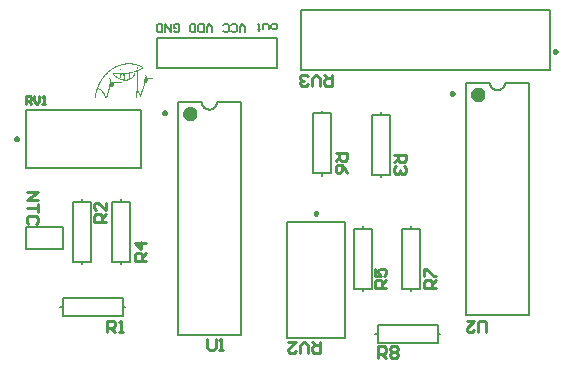
<source format=gto>
%FSTAX23Y23*%
%MOIN*%
%SFA1B1*%

%IPPOS*%
%ADD22C,0.010000*%
%ADD23C,0.009843*%
%ADD24C,0.023622*%
%ADD25C,0.007874*%
%LNntc-1*%
%LPD*%
G36*
X02812Y03771D02*
X02816D01*
Y03771*
X02818*
Y03771*
X02819*
Y03771*
X02821*
Y0377*
X02822*
Y0377*
X02824*
Y0377*
X02825*
Y0377*
X02826*
Y0377*
X02827*
Y03769*
X02828*
Y03769*
X02829*
Y03769*
X0283*
Y03769*
X02831*
Y03768*
X02832*
Y03768*
X02832*
Y03768*
X02833*
Y03768*
X02834*
Y03768*
X02834*
Y03767*
X02835*
Y03767*
X02836*
Y03767*
X02837*
Y03767*
X02837*
Y03767*
X02838*
Y03766*
X02839*
Y03766*
X02839*
Y03766*
Y03766*
X02839*
Y03766*
X0284*
Y03766*
X0284*
Y03765*
X02841*
Y03765*
X02841*
Y03765*
X02842*
Y03765*
X02843*
Y03765*
X02843*
Y03764*
X02843*
Y03764*
X02844*
Y03764*
X02845*
Y03764*
X02845*
Y03763*
X02845*
Y03763*
X02846*
Y03763*
X02846*
Y03763*
X02846*
Y03763*
Y03763*
X02847*
Y03763*
X02847*
Y03763*
X02847*
Y03763*
X02848*
Y03762*
X02848*
Y03762*
X02848*
Y03762*
X02849*
Y03762*
X02849*
Y03761*
X0285*
Y03761*
Y03761*
X0285*
Y03761*
X0285*
Y03761*
X0285*
Y03761*
X02851*
Y03761*
Y0376*
X02851*
Y0376*
X02851*
Y0376*
X02852*
Y0376*
X02852*
Y03759*
X02852*
Y03759*
X02852*
Y03759*
X02852*
Y03759*
Y03759*
X02853*
Y03758*
X02852*
Y03758*
X02853*
Y03758*
Y03758*
X02853*
Y03758*
Y03757*
Y03757*
X02853*
Y03757*
Y03757*
Y03756*
Y03756*
Y03756*
Y03756*
Y03756*
X02853*
Y03755*
Y03755*
Y03755*
Y03755*
X02853*
Y03754*
Y03754*
X02853*
Y03754*
Y03754*
X02852*
Y03754*
X02852*
Y03753*
X02852*
Y03753*
X02852*
Y03753*
X02852*
Y03753*
X02851*
Y03752*
X02851*
Y03752*
X02851*
Y03752*
X0285*
Y03752*
X0285*
Y03752*
X0285*
Y03751*
X02849*
Y03751*
X02849*
Y03751*
X02848*
Y03751*
X02848*
Y0375*
X02848*
Y0375*
X02847*
Y0375*
X02847*
Y0375*
X02846*
Y0375*
X02846*
Y03749*
X02845*
Y03749*
X02845*
Y03749*
X02844*
Y03749*
X02844*
Y03749*
X02843*
Y03748*
X02843*
Y03748*
X02842*
Y03748*
X02841*
Y03748*
X02841*
Y03747*
X02841*
Y03747*
X0284*
Y03747*
X0284*
Y03747*
X0284*
Y03747*
X02839*
Y03747*
X02839*
Y03747*
X02838*
Y03746*
X02838*
Y03746*
X02837*
Y03746*
X02837*
Y03746*
X02836*
Y03745*
X02836*
Y03745*
X02835*
Y03745*
X02835*
Y03745*
Y03745*
X02835*
Y03744*
Y03744*
Y03744*
Y03744*
Y03743*
Y03743*
X02835*
Y03743*
Y03743*
Y03743*
Y03742*
Y03742*
Y03742*
X02836*
Y03742*
X02835*
Y03741*
X02836*
Y03741*
Y03741*
Y03741*
Y03741*
Y0374*
X02836*
Y0374*
Y0374*
Y0374*
Y0374*
Y03739*
Y03739*
Y03739*
X02836*
Y03739*
Y03738*
Y03738*
Y03738*
Y03738*
Y03738*
Y03737*
Y03737*
X02836*
Y03737*
Y03737*
Y03736*
Y03736*
Y03736*
Y03736*
Y03736*
Y03735*
Y03735*
X02836*
Y03735*
Y03735*
Y03734*
Y03734*
Y03734*
Y03734*
Y03734*
Y03733*
Y03733*
X02837*
Y03733*
Y03733*
Y03732*
Y03732*
Y03732*
Y03732*
Y03732*
Y03731*
Y03731*
Y03731*
Y03731*
Y0373*
X02837*
Y0373*
Y0373*
Y0373*
Y0373*
Y03729*
Y03729*
Y03729*
Y03729*
Y03729*
Y03728*
Y03728*
Y03728*
Y03728*
Y03727*
X02837*
Y03727*
Y03727*
Y03727*
Y03727*
Y03726*
Y03726*
Y03726*
Y03726*
Y03725*
Y03725*
Y03725*
Y03725*
Y03725*
Y03724*
Y03724*
Y03724*
Y03724*
Y03723*
Y03723*
Y03723*
Y03723*
Y03723*
X02837*
Y03722*
Y03722*
Y03722*
Y03722*
Y03721*
Y03721*
Y03721*
Y03721*
Y03721*
Y0372*
Y0372*
Y0372*
Y0372*
Y0372*
Y03719*
Y03719*
Y03719*
Y03719*
Y03718*
Y03718*
Y03718*
Y03718*
Y03718*
Y03717*
Y03717*
Y03717*
Y03717*
Y03716*
Y03716*
Y03716*
Y03716*
Y03716*
Y03715*
Y03715*
Y03715*
Y03715*
Y03714*
Y03714*
Y03714*
Y03714*
Y03714*
Y03713*
Y03713*
Y03713*
Y03713*
Y03712*
Y03712*
Y03712*
Y03712*
Y03712*
Y03711*
Y03711*
Y03711*
Y03711*
Y03711*
Y0371*
Y0371*
Y0371*
Y0371*
Y03709*
Y03709*
Y03709*
Y03709*
Y03709*
Y03708*
Y03708*
X02837*
Y03708*
Y03708*
Y03707*
Y03707*
Y03707*
Y03707*
Y03707*
Y03706*
Y03706*
Y03706*
Y03706*
Y03705*
Y03705*
Y03705*
Y03705*
Y03705*
Y03704*
Y03704*
Y03704*
Y03704*
Y03703*
Y03703*
Y03703*
Y03703*
X02837*
Y03703*
Y03702*
Y03702*
Y03702*
Y03702*
Y03702*
Y03701*
Y03701*
Y03701*
Y03701*
Y037*
Y037*
Y037*
Y037*
Y037*
Y03699*
Y03699*
Y03699*
Y03699*
X02837*
Y03698*
Y03698*
Y03698*
Y03698*
Y03698*
Y03697*
Y03697*
Y03697*
X02836*
Y03697*
X02837*
Y03696*
Y03696*
Y03696*
Y03696*
Y03696*
Y03695*
X02836*
Y03695*
Y03695*
Y03695*
Y03694*
Y03694*
Y03694*
Y03694*
Y03694*
Y03693*
Y03693*
Y03693*
Y03693*
X02836*
Y03692*
Y03692*
Y03692*
Y03692*
Y03692*
Y03691*
Y03691*
Y03691*
Y03691*
Y03691*
Y0369*
Y0369*
Y0369*
Y0369*
X02836*
Y03689*
Y03689*
Y03689*
Y03689*
Y03689*
Y03688*
Y03688*
Y03688*
Y03688*
Y03687*
Y03687*
Y03687*
X02836*
Y03687*
Y03687*
Y03686*
Y03686*
Y03686*
Y03686*
Y03685*
Y03685*
Y03685*
Y03685*
Y03685*
X02836*
Y03684*
Y03684*
X02836*
Y03684*
Y03684*
X02836*
Y03683*
Y03683*
X02836*
Y03683*
Y03683*
X02836*
Y03683*
Y03682*
X02837*
Y03682*
X02837*
Y03682*
Y03682*
X02837*
Y03682*
Y03681*
X02837*
Y03681*
Y03681*
X02837*
Y03681*
Y0368*
X02838*
Y0368*
X02838*
Y0368*
Y0368*
X02838*
Y0368*
X02838*
Y03679*
X02838*
Y03679*
Y03679*
X02839*
Y03679*
Y03678*
X02839*
Y03678*
Y03678*
X02839*
Y03678*
X02839*
Y03678*
Y03677*
X02839*
Y03677*
Y03677*
X0284*
Y03677*
Y03676*
X0284*
Y03676*
Y03676*
X0284*
Y03676*
Y03676*
X0284*
Y03675*
Y03675*
X02841*
Y03675*
X02841*
Y03675*
Y03674*
X02841*
Y03674*
Y03674*
X02841*
Y03674*
Y03674*
X02841*
Y03673*
Y03673*
X02842*
Y03673*
Y03673*
X02842*
Y03673*
Y03672*
X02842*
Y03672*
X02842*
Y03672*
Y03672*
Y03671*
X02843*
Y03671*
X02843*
Y03671*
Y03671*
X02843*
Y03671*
Y0367*
X02843*
Y0367*
Y0367*
X02843*
Y0367*
Y03669*
X02844*
Y03669*
Y03669*
X02844*
Y03669*
Y03669*
X02844*
Y03668*
Y03668*
X02844*
Y03668*
Y03668*
X02845*
Y03667*
Y03667*
X02845*
Y03667*
Y03667*
X02845*
Y03667*
X02845*
Y03667*
Y03667*
X02845*
Y03667*
Y03667*
Y03668*
Y03668*
X02846*
Y03668*
Y03668*
Y03669*
X02846*
Y03669*
Y03669*
Y03669*
Y03669*
X02846*
Y0367*
Y0367*
Y0367*
X02846*
Y0367*
Y03671*
Y03671*
Y03671*
X02847*
Y03671*
Y03671*
Y03672*
X02847*
Y03672*
Y03672*
Y03672*
Y03673*
X02847*
Y03673*
Y03673*
Y03673*
X02847*
Y03673*
Y03674*
Y03674*
X02847*
Y03674*
X02848*
Y03674*
X02847*
Y03674*
Y03675*
X02848*
Y03675*
Y03675*
Y03675*
X02848*
Y03676*
Y03676*
Y03676*
Y03676*
X02848*
Y03676*
Y03677*
Y03677*
X02848*
Y03677*
Y03677*
Y03678*
X02848*
Y03678*
Y03678*
Y03678*
Y03678*
X02849*
Y03679*
Y03679*
Y03679*
X02849*
Y03679*
Y0368*
Y0368*
X02849*
Y0368*
Y0368*
Y0368*
X02849*
Y03681*
Y03681*
Y03681*
Y03681*
X0285*
Y03682*
X0285*
Y03682*
X0285*
Y03682*
X0285*
Y03682*
Y03682*
Y03683*
X0285*
Y03682*
X0285*
Y03683*
X0285*
Y03683*
Y03683*
Y03683*
X0285*
Y03683*
Y03684*
Y03684*
X0285*
Y03684*
Y03684*
Y03685*
Y03685*
X02851*
Y03685*
Y03685*
Y03685*
X02851*
Y03686*
Y03686*
Y03686*
X02851*
Y03686*
Y03687*
Y03687*
X02851*
Y03687*
Y03687*
Y03687*
X02852*
Y03688*
Y03688*
Y03688*
X02852*
Y03688*
Y03689*
Y03689*
X02852*
Y03689*
Y03689*
Y03689*
X02852*
Y0369*
Y0369*
Y0369*
X02852*
Y0369*
Y03691*
Y03691*
X02853*
Y03691*
Y03691*
Y03691*
X02853*
Y03692*
Y03692*
Y03692*
X02853*
Y03692*
Y03692*
Y03693*
X02853*
Y03693*
Y03693*
Y03693*
X02854*
Y03694*
Y03694*
Y03694*
X02854*
Y03694*
Y03694*
Y03695*
X02854*
Y03695*
Y03695*
Y03695*
X02854*
Y03696*
Y03696*
Y03696*
X02854*
Y03696*
Y03696*
Y03697*
X02855*
Y03697*
Y03697*
Y03697*
X02855*
Y03698*
Y03698*
Y03698*
X02855*
Y03698*
Y03698*
Y03699*
X02855*
Y03699*
Y03699*
Y03699*
X02856*
Y037*
Y037*
Y037*
X02856*
Y037*
Y037*
X02856*
Y03701*
Y03701*
Y03701*
X02856*
Y03701*
Y03702*
Y03702*
X02856*
Y03702*
Y03702*
Y03702*
X02857*
Y03703*
X02857*
Y03703*
X02857*
Y03703*
X02857*
Y03703*
Y03703*
Y03704*
X02857*
Y03704*
Y03704*
X02857*
Y03704*
Y03705*
Y03705*
X02857*
Y03705*
Y03705*
Y03705*
X02858*
Y03706*
Y03706*
Y03706*
X02858*
Y03706*
Y03707*
X02858*
Y03707*
Y03707*
Y03707*
X02858*
Y03707*
Y03708*
Y03708*
X02859*
Y03708*
Y03708*
X02859*
Y03709*
Y03709*
Y03709*
X02859*
Y03709*
X02858*
Y03709*
X02858*
Y0371*
X02858*
Y0371*
X02858*
Y0371*
X02858*
Y0371*
X02857*
Y03711*
Y03711*
X02857*
Y03711*
Y03711*
X02857*
Y03711*
Y03712*
Y03712*
X02857*
Y03712*
Y03712*
Y03712*
Y03713*
Y03713*
X02857*
Y03713*
Y03713*
Y03714*
Y03714*
Y03714*
Y03714*
Y03714*
Y03715*
Y03715*
Y03715*
X02857*
Y03715*
X02857*
Y03716*
X02857*
Y03716*
Y03716*
Y03716*
X02857*
Y03716*
Y03717*
Y03717*
X02857*
Y03717*
Y03717*
X02857*
Y03718*
Y03718*
Y03718*
X02858*
Y03718*
Y03718*
X02858*
Y03719*
Y03719*
Y03719*
X02858*
Y03719*
X02859*
Y0372*
Y0372*
X02859*
Y0372*
X02859*
Y0372*
Y0372*
X02859*
Y03721*
X02859*
Y03721*
X0286*
Y03721*
X0286*
Y03721*
X0286*
Y03721*
X02861*
Y03722*
X02861*
Y03722*
Y03722*
Y03722*
Y03723*
X02861*
Y03722*
X02862*
Y03723*
X02861*
Y03723*
Y03723*
Y03723*
Y03723*
Y03724*
Y03724*
Y03724*
Y03724*
Y03725*
Y03725*
X02862*
Y03725*
Y03725*
X02862*
Y03725*
X02862*
Y03726*
Y03726*
X02862*
Y03726*
Y03726*
Y03727*
Y03727*
Y03727*
Y03727*
X02862*
Y03727*
Y03728*
Y03728*
X02861*
Y03728*
Y03728*
X02861*
Y03729*
Y03729*
X02861*
Y03729*
Y03729*
X02861*
Y03729*
X02861*
Y0373*
X0286*
Y0373*
X0286*
Y0373*
X0286*
Y0373*
X0286*
Y0373*
X02859*
Y03731*
Y03731*
Y03731*
Y03731*
Y03732*
Y03732*
Y03732*
Y03732*
X0286*
Y03732*
Y03733*
X0286*
Y03733*
X0286*
Y03733*
X02861*
Y03733*
X02861*
Y03733*
Y03733*
X02861*
Y03733*
X02862*
Y03733*
X02863*
Y03733*
X02863*
Y03732*
X02863*
Y03732*
X02863*
Y03732*
X02863*
Y03732*
X02864*
Y03732*
Y03731*
X02864*
Y03731*
X02864*
Y03731*
X02864*
Y03731*
Y0373*
X02865*
Y0373*
Y0373*
X02865*
Y0373*
Y0373*
Y03729*
Y03729*
X02865*
Y03729*
Y03729*
X02865*
Y03729*
Y03728*
Y03728*
X02865*
Y03728*
Y03728*
Y03727*
Y03727*
Y03727*
X02866*
Y03727*
Y03727*
Y03726*
Y03726*
Y03726*
Y03726*
Y03725*
Y03725*
Y03725*
Y03725*
Y03725*
Y03724*
Y03724*
Y03724*
Y03724*
Y03723*
X02865*
Y03723*
X02868*
Y03723*
X0287*
Y03723*
X0287*
Y03723*
X0287*
Y03723*
X02871*
Y03723*
X02872*
Y03723*
X02872*
Y03723*
X02873*
Y03724*
X02877*
Y03723*
X02878*
Y03723*
X02883*
Y03723*
X02885*
Y03723*
X02885*
Y03723*
X02885*
Y03722*
X02885*
Y03722*
X02886*
Y03722*
Y03722*
X02886*
Y03721*
Y03721*
Y03721*
Y03721*
Y03721*
X02886*
Y0372*
Y0372*
X02885*
Y0372*
Y0372*
X02885*
Y0372*
X02884*
Y03719*
X02884*
Y0372*
X02879*
Y0372*
X02877*
Y0372*
X02876*
Y0372*
X02874*
Y0372*
X02873*
Y0372*
X02872*
Y0372*
X02872*
Y03719*
X02872*
Y03719*
X02872*
Y03719*
X02871*
Y03719*
Y03718*
X02871*
Y03718*
X02871*
Y03718*
Y03718*
Y03718*
X02871*
Y03717*
Y03717*
Y03717*
X0287*
Y03717*
Y03716*
Y03716*
X0287*
Y03716*
X0287*
Y03716*
X0287*
Y03716*
Y03715*
Y03715*
X0287*
Y03715*
Y03715*
Y03714*
Y03714*
Y03714*
X0287*
Y03714*
Y03714*
Y03713*
Y03713*
X0287*
Y03713*
Y03713*
Y03712*
X02869*
Y03712*
Y03712*
Y03712*
X02869*
Y03712*
Y03711*
X02869*
Y03711*
Y03711*
X02869*
Y03711*
Y03711*
X02868*
Y0371*
Y0371*
X02868*
Y0371*
Y0371*
X02868*
Y03709*
X02868*
Y03709*
X02867*
Y03709*
Y03709*
X02867*
Y03709*
X02867*
Y03708*
X02866*
Y03708*
Y03708*
X02866*
Y03708*
X02866*
Y03707*
X02865*
Y03707*
X02864*
Y03707*
X02863*
Y03707*
X02862*
Y03707*
X02862*
Y03707*
Y03707*
Y03706*
X02862*
Y03706*
Y03706*
Y03706*
X02861*
Y03705*
Y03705*
Y03705*
X02861*
Y03705*
Y03705*
X02861*
Y03704*
Y03704*
Y03704*
X02861*
Y03704*
Y03703*
Y03703*
X02861*
Y03703*
Y03703*
Y03703*
X0286*
Y03702*
Y03702*
Y03702*
X0286*
Y03702*
Y03702*
X0286*
Y03701*
Y03701*
Y03701*
X0286*
Y03701*
Y037*
Y037*
X02859*
Y037*
Y037*
Y037*
X02859*
Y03699*
Y03699*
Y03699*
X02859*
Y03699*
Y03698*
X02859*
Y03698*
X02859*
Y03698*
X02859*
Y03698*
X02859*
Y03698*
Y03697*
Y03697*
X02858*
Y03697*
Y03697*
Y03696*
X02858*
Y03696*
Y03696*
Y03696*
X02858*
Y03696*
Y03695*
Y03695*
X02858*
Y03695*
Y03695*
X02857*
Y03694*
Y03694*
Y03694*
Y03694*
X02857*
Y03694*
Y03693*
Y03693*
X02857*
Y03693*
Y03693*
Y03692*
X02857*
Y03692*
Y03692*
Y03692*
X02857*
Y03692*
Y03691*
X02856*
Y03691*
Y03691*
Y03691*
Y03691*
X02856*
Y0369*
X02856*
Y0369*
Y0369*
X02856*
Y0369*
Y03689*
Y03689*
X02856*
Y03689*
Y03689*
Y03689*
X02856*
Y03688*
Y03688*
Y03688*
X02855*
Y03688*
Y03687*
Y03687*
X02855*
Y03687*
Y03687*
Y03687*
X02855*
Y03686*
X02855*
Y03686*
Y03686*
X02855*
Y03686*
Y03685*
Y03685*
X02854*
Y03685*
Y03685*
Y03685*
X02854*
Y03684*
Y03684*
Y03684*
X02854*
Y03684*
Y03683*
Y03683*
Y03683*
X02854*
Y03683*
Y03683*
Y03682*
X02854*
Y03682*
Y03682*
Y03682*
X02853*
Y03682*
Y03681*
Y03681*
X02853*
Y03681*
Y03681*
Y0368*
X02853*
Y0368*
Y0368*
Y0368*
Y0368*
X02852*
Y03679*
X02853*
Y03679*
Y03679*
X02852*
Y03679*
Y03678*
Y03678*
X02852*
Y03678*
Y03678*
Y03678*
X02852*
Y03677*
Y03677*
Y03677*
Y03677*
X02852*
Y03676*
Y03676*
Y03676*
X02852*
Y03676*
Y03676*
Y03675*
X02851*
Y03675*
Y03675*
Y03675*
Y03674*
X02851*
Y03674*
Y03674*
Y03674*
X02851*
Y03674*
X02851*
Y03673*
Y03673*
X02851*
Y03673*
Y03673*
Y03673*
Y03672*
X0285*
Y03672*
Y03672*
Y03672*
X0285*
Y03671*
Y03671*
Y03671*
Y03671*
X0285*
Y03671*
Y0367*
Y0367*
X0285*
Y0367*
X0285*
Y0367*
X0285*
Y03669*
Y03669*
X0285*
Y03669*
Y03669*
Y03669*
X02849*
Y03668*
Y03668*
Y03668*
Y03668*
X02849*
Y03667*
Y03667*
Y03667*
X02849*
Y03667*
Y03667*
Y03666*
X02849*
Y03666*
Y03666*
Y03666*
Y03665*
X02848*
Y03665*
Y03665*
Y03665*
Y03665*
X02848*
Y03664*
Y03664*
Y03664*
Y03664*
X02848*
Y03664*
Y03663*
Y03663*
X02848*
Y03663*
Y03663*
Y03662*
Y03662*
X02848*
Y03662*
Y03662*
Y03662*
X02847*
Y03661*
Y03661*
Y03661*
Y03661*
X02847*
Y0366*
Y0366*
X02847*
Y0366*
X02847*
Y0366*
X02847*
Y0366*
X02845*
Y0366*
X02845*
Y0366*
X02844*
Y0366*
X02844*
Y0366*
X02844*
Y03661*
Y03661*
X02844*
Y03661*
Y03661*
X02843*
Y03662*
Y03662*
X02843*
Y03662*
Y03662*
X02843*
Y03662*
Y03663*
X02843*
Y03663*
Y03663*
X02843*
Y03663*
Y03664*
Y03664*
X02842*
Y03664*
X02842*
Y03664*
Y03664*
X02842*
Y03665*
Y03665*
X02842*
Y03665*
Y03665*
Y03665*
X02841*
Y03666*
X02841*
Y03666*
Y03666*
X02841*
Y03666*
Y03667*
X02841*
Y03667*
Y03667*
X02841*
Y03667*
Y03667*
X0284*
Y03668*
Y03668*
X0284*
Y03668*
Y03668*
X0284*
Y03669*
Y03669*
X0284*
Y03669*
Y03669*
X02839*
Y03669*
Y0367*
X02839*
Y0367*
Y0367*
X02839*
Y0367*
Y03671*
X02839*
Y03671*
X02839*
Y03671*
Y03671*
X02838*
Y03671*
Y03672*
X02838*
Y03672*
Y03672*
X02838*
Y03672*
Y03673*
X02838*
Y03673*
Y03673*
X02837*
Y03673*
Y03673*
X02837*
Y03674*
Y03674*
X02837*
Y03674*
X02837*
Y03674*
Y03674*
X02837*
Y03675*
Y03675*
X02836*
Y03675*
Y03675*
X02836*
Y03676*
Y03676*
X02836*
Y03676*
Y03676*
X02836*
Y03676*
Y03677*
X02836*
Y03677*
X02835*
Y03677*
Y03677*
X02835*
Y03677*
Y03677*
Y03677*
Y03676*
Y03676*
Y03676*
Y03676*
Y03676*
X02835*
Y03675*
Y03675*
Y03675*
Y03675*
Y03674*
Y03674*
Y03674*
Y03674*
Y03674*
Y03673*
X02834*
Y03673*
Y03673*
Y03673*
Y03673*
Y03672*
Y03672*
Y03672*
Y03672*
Y03671*
Y03671*
X02834*
Y03671*
Y03671*
Y03671*
Y0367*
Y0367*
Y0367*
Y0367*
Y03669*
Y03669*
X02834*
Y03669*
Y03669*
Y03669*
Y03668*
Y03668*
Y03668*
Y03668*
Y03667*
Y03667*
Y03667*
X02834*
Y03667*
Y03667*
Y03666*
Y03666*
Y03666*
Y03666*
Y03665*
Y03665*
Y03665*
Y03665*
X02834*
Y03665*
Y03664*
Y03664*
Y03664*
Y03664*
Y03664*
Y03663*
Y03663*
Y03663*
X02833*
Y03663*
Y03662*
Y03662*
Y03662*
Y03662*
Y03662*
Y03661*
Y03661*
Y03661*
Y03661*
X02833*
Y0366*
Y0366*
Y0366*
Y0366*
Y0366*
Y03659*
Y03659*
Y03659*
Y03659*
Y03658*
X02833*
Y03658*
Y03658*
Y03658*
Y03658*
Y03657*
Y03657*
Y03657*
Y03657*
X02833*
Y03656*
Y03656*
X02832*
Y03656*
X02832*
Y03656*
X02832*
Y03656*
X0283*
Y03656*
X0283*
Y03656*
X0283*
Y03656*
X02829*
Y03656*
Y03657*
X02829*
Y03657*
Y03657*
Y03657*
X02829*
Y03658*
Y03658*
Y03658*
Y03658*
Y03658*
Y03659*
Y03659*
Y03659*
Y03659*
Y0366*
Y0366*
X0283*
Y0366*
Y0366*
Y0366*
Y03661*
Y03661*
Y03661*
Y03661*
Y03662*
Y03662*
Y03662*
Y03662*
X0283*
Y03662*
Y03663*
Y03663*
Y03663*
Y03663*
Y03664*
Y03664*
Y03664*
Y03664*
Y03664*
X0283*
Y03665*
Y03665*
Y03665*
Y03665*
Y03665*
Y03666*
Y03666*
Y03666*
Y03666*
Y03667*
X0283*
Y03667*
Y03667*
Y03667*
Y03667*
Y03668*
Y03668*
Y03668*
Y03668*
Y03669*
Y03669*
X0283*
Y03669*
Y03669*
Y03669*
Y0367*
Y0367*
X02831*
Y0367*
X0283*
Y0367*
Y03671*
Y03671*
Y03671*
Y03671*
X02831*
Y03671*
Y03672*
Y03672*
Y03672*
Y03672*
Y03673*
Y03673*
Y03673*
Y03673*
X02831*
Y03673*
Y03674*
Y03674*
Y03674*
Y03674*
Y03674*
Y03675*
Y03675*
Y03675*
Y03675*
Y03676*
X02831*
Y03676*
Y03676*
Y03676*
Y03676*
Y03677*
Y03677*
Y03677*
Y03677*
Y03678*
Y03678*
X02831*
Y03678*
Y03678*
Y03678*
Y03679*
Y03679*
Y03679*
Y03679*
Y0368*
Y0368*
Y0368*
Y0368*
X02832*
Y0368*
Y03681*
Y03681*
Y03681*
Y03681*
Y03682*
Y03682*
Y03682*
Y03682*
Y03682*
Y03683*
X02832*
Y03683*
Y03683*
Y03683*
Y03683*
Y03684*
Y03684*
Y03684*
Y03684*
Y03685*
Y03685*
X02832*
Y03685*
X02832*
Y03685*
X02832*
Y03685*
Y03686*
Y03686*
Y03686*
Y03686*
Y03687*
Y03687*
Y03687*
Y03687*
X02832*
Y03687*
Y03688*
Y03688*
Y03688*
Y03688*
Y03689*
Y03689*
Y03689*
Y03689*
Y03689*
Y0369*
Y0369*
X02832*
Y0369*
Y0369*
Y03691*
Y03691*
Y03691*
Y03691*
Y03691*
Y03692*
Y03692*
Y03692*
Y03692*
Y03692*
X02833*
Y03693*
Y03693*
Y03693*
Y03693*
Y03694*
Y03694*
Y03694*
Y03694*
Y03694*
Y03695*
Y03695*
Y03695*
Y03695*
X02833*
Y03696*
Y03696*
Y03696*
Y03696*
Y03696*
Y03697*
Y03697*
Y03697*
Y03697*
Y03698*
Y03698*
Y03698*
Y03698*
Y03698*
Y03699*
X02833*
Y03699*
Y03699*
Y03699*
Y037*
Y037*
Y037*
Y037*
Y037*
Y03701*
Y03701*
Y03701*
Y03701*
Y03702*
Y03702*
X02833*
Y03702*
X02833*
Y03702*
Y03702*
X02833*
Y03703*
Y03703*
Y03703*
Y03703*
Y03703*
Y03704*
Y03704*
Y03704*
Y03704*
Y03705*
Y03705*
Y03705*
Y03705*
Y03705*
Y03706*
Y03706*
Y03706*
Y03706*
Y03707*
Y03707*
Y03707*
Y03707*
X02834*
Y03707*
Y03708*
Y03708*
Y03708*
Y03708*
Y03709*
Y03709*
Y03709*
Y03709*
Y03709*
Y0371*
Y0371*
Y0371*
Y0371*
Y03711*
Y03711*
Y03711*
Y03711*
Y03711*
Y03712*
Y03712*
Y03712*
Y03712*
Y03712*
Y03713*
Y03713*
Y03713*
Y03713*
Y03714*
Y03714*
Y03714*
Y03714*
Y03714*
Y03715*
Y03715*
Y03715*
Y03715*
Y03716*
Y03716*
Y03716*
Y03716*
Y03716*
Y03717*
Y03717*
Y03717*
Y03717*
Y03718*
Y03718*
Y03718*
Y03718*
Y03718*
Y03719*
Y03719*
Y03719*
Y03719*
Y0372*
Y0372*
Y0372*
Y0372*
Y0372*
Y03721*
Y03721*
Y03721*
Y03721*
Y03721*
Y03722*
Y03722*
Y03722*
Y03722*
Y03723*
Y03723*
Y03723*
Y03723*
Y03723*
Y03724*
Y03724*
Y03724*
Y03724*
Y03725*
X02833*
Y03725*
Y03725*
Y03725*
Y03725*
Y03726*
Y03726*
Y03726*
Y03726*
Y03727*
Y03727*
Y03727*
Y03727*
Y03727*
Y03728*
Y03728*
Y03728*
Y03728*
Y03729*
X02833*
Y03729*
Y03729*
Y03729*
Y03729*
Y0373*
Y0373*
Y0373*
Y0373*
Y0373*
Y03731*
Y03731*
Y03731*
Y03731*
X02833*
Y03732*
Y03732*
Y03732*
Y03732*
Y03732*
Y03733*
Y03733*
Y03733*
Y03733*
Y03734*
X02833*
Y03734*
X02833*
Y03734*
Y03734*
Y03734*
Y03735*
Y03735*
Y03735*
Y03735*
Y03736*
Y03736*
X02832*
Y03736*
Y03736*
Y03736*
Y03737*
Y03737*
Y03737*
Y03737*
Y03738*
Y03738*
X02832*
Y03738*
Y03738*
Y03738*
Y03739*
Y03739*
Y03739*
Y03739*
X02832*
Y0374*
Y0374*
Y0374*
Y0374*
Y0374*
Y03741*
Y03741*
X02832*
Y03741*
Y03741*
Y03741*
Y03742*
Y03742*
Y03742*
X02832*
Y03742*
Y03743*
Y03743*
Y03743*
Y03743*
Y03743*
X02831*
Y03744*
X02831*
Y03743*
X0283*
Y03743*
X0283*
Y03743*
X02829*
Y03743*
X02828*
Y03743*
X02828*
Y03742*
Y03742*
Y03742*
Y03742*
Y03741*
Y03741*
Y03741*
Y03741*
Y03741*
Y0374*
X02828*
Y0374*
Y0374*
Y0374*
Y0374*
Y03739*
Y03739*
Y03739*
X02828*
Y03739*
Y03738*
Y03738*
Y03738*
Y03738*
X02828*
Y03738*
Y03737*
Y03737*
Y03737*
X02827*
Y03737*
Y03736*
Y03736*
Y03736*
X02827*
Y03736*
Y03736*
Y03735*
X02827*
Y03735*
Y03735*
Y03735*
X02827*
Y03734*
Y03734*
Y03734*
X02827*
Y03734*
Y03734*
X02826*
Y03733*
Y03733*
Y03733*
X02826*
Y03733*
Y03732*
X02826*
Y03732*
Y03732*
X02826*
Y03732*
Y03732*
X02825*
Y03731*
Y03731*
X02825*
Y03731*
Y03731*
X02825*
Y0373*
Y0373*
X02825*
Y0373*
Y0373*
X02825*
Y0373*
X02824*
Y03729*
Y03729*
X02824*
Y03729*
Y03729*
X02824*
Y03729*
Y03728*
Y03728*
X02823*
Y03728*
X02823*
Y03728*
Y03727*
X02823*
Y03727*
X02823*
Y03727*
X02823*
Y03727*
Y03727*
X02822*
Y03726*
X02822*
Y03726*
X02822*
Y03726*
Y03726*
X02822*
Y03725*
X02821*
Y03725*
X02821*
Y03725*
X02821*
Y03725*
X02821*
Y03725*
X02821*
Y03724*
X0282*
Y03724*
X0282*
Y03724*
X0282*
Y03724*
Y03723*
X02819*
Y03723*
X02819*
Y03723*
X02819*
Y03723*
X02819*
Y03723*
X02819*
Y03722*
X02818*
Y03722*
X02818*
Y03722*
X02818*
Y03722*
X02818*
Y03721*
X02817*
Y03721*
X02817*
Y03721*
X02817*
Y03721*
X02817*
Y03721*
X02816*
Y0372*
X02816*
Y0372*
X02816*
Y0372*
X02815*
Y0372*
X02815*
Y0372*
X02815*
Y03719*
X02814*
Y03719*
X02814*
Y03719*
X02814*
Y03719*
X02813*
Y03719*
X02814*
Y03719*
X02813*
Y03718*
X02813*
Y03718*
X02812*
Y03718*
X02812*
Y03718*
X02812*
Y03718*
X02811*
Y03717*
X02811*
Y03717*
X0281*
Y03717*
X0281*
Y03717*
X02809*
Y03716*
X02809*
Y03716*
X02808*
Y03716*
X02808*
Y03716*
X02808*
Y03716*
X02808*
Y03716*
X02807*
Y03716*
X02807*
Y03715*
X02806*
Y03715*
X02805*
Y03715*
X02804*
Y03715*
X02803*
Y03714*
X02803*
Y03714*
X02801*
Y03714*
X028*
Y03714*
X02798*
Y03714*
X02795*
Y03713*
X02794*
Y03714*
X0279*
Y03714*
X02788*
Y03714*
X02787*
Y03714*
X02786*
Y03714*
X02785*
Y03715*
X02784*
Y03715*
X02783*
Y03715*
X02782*
Y03715*
X02781*
Y03716*
X0278*
Y03716*
X0278*
Y03716*
X02779*
Y03716*
X02778*
Y03716*
X02778*
Y03717*
X02777*
Y03717*
X02777*
Y03717*
X02776*
Y03717*
X02776*
Y03718*
X02775*
Y03718*
X02775*
Y03718*
X02774*
Y03718*
X02774*
Y03718*
X02773*
Y03719*
X02773*
Y03719*
X02772*
Y03719*
X02772*
Y03719*
X02771*
Y0372*
X02771*
Y0372*
X02771*
Y0372*
X0277*
Y0372*
X0277*
Y0372*
X02769*
Y03721*
X02769*
Y03721*
X02769*
Y03721*
X02768*
Y03721*
X02768*
Y03721*
X02767*
Y03722*
X02767*
Y03722*
X02767*
Y03722*
X02767*
Y03722*
X02766*
Y03723*
X02766*
Y03723*
X02765*
Y03723*
X02765*
Y03723*
X02765*
Y03723*
X02764*
Y03724*
X02764*
Y03724*
X02764*
Y03724*
X02763*
Y03724*
X02763*
Y03725*
X02763*
Y03725*
X02762*
Y03725*
X02762*
Y03725*
X02762*
Y03725*
X02762*
Y03726*
X02761*
Y03726*
X02761*
Y03726*
X02761*
Y03726*
X0276*
Y03727*
X0276*
Y03727*
X0276*
Y03727*
X0276*
Y03727*
X02759*
Y03727*
X02759*
Y03728*
X02759*
Y03728*
X02758*
Y03728*
X02758*
Y03728*
X02758*
Y03729*
X02758*
Y03729*
X02757*
Y03729*
X02757*
Y03729*
X02757*
Y03729*
X02757*
Y0373*
X02756*
Y0373*
X02756*
Y0373*
X02756*
Y0373*
X02756*
Y0373*
X02756*
Y03731*
X02755*
Y03731*
X02755*
Y03731*
X02755*
Y03731*
X02755*
Y03732*
Y03732*
X02754*
Y03732*
X02754*
Y03732*
Y03732*
X02754*
Y03733*
Y03733*
X02754*
Y03733*
Y03733*
Y03734*
X02754*
Y03734*
Y03734*
Y03734*
Y03734*
Y03735*
Y03735*
Y03735*
Y03735*
Y03736*
Y03736*
Y03736*
Y03736*
X02754*
Y03736*
Y03737*
X02754*
Y03737*
Y03737*
X02754*
Y03737*
Y03738*
X02755*
Y03738*
Y03738*
X02755*
Y03738*
X02755*
Y03738*
X02756*
Y03739*
X02756*
Y03739*
X02756*
Y03739*
X02757*
Y03739*
X02762*
Y03739*
X02764*
Y03739*
X02766*
Y03739*
X02769*
Y03738*
X02771*
Y03738*
X02772*
Y03738*
X02772*
Y03738*
X02785*
Y03738*
X02788*
Y03738*
X02788*
Y03738*
X02789*
Y03739*
X02792*
Y03739*
X02794*
Y03739*
X02796*
Y03739*
X02796*
Y03739*
X02797*
Y03739*
X02798*
Y0374*
X028*
Y0374*
X02801*
Y0374*
X02803*
Y0374*
X02804*
Y0374*
X02805*
Y03741*
X02806*
Y03741*
X02808*
Y03741*
X02809*
Y03741*
X0281*
Y03741*
X02811*
Y03742*
X02812*
Y03742*
X02813*
Y03742*
X02814*
Y03742*
X02815*
Y03743*
X02816*
Y03743*
X02816*
Y03743*
X02817*
Y03743*
X02818*
Y03743*
X02819*
Y03744*
X0282*
Y03744*
X0282*
Y03744*
X02821*
Y03744*
X02822*
Y03745*
X02823*
Y03745*
X02823*
Y03745*
X02824*
Y03745*
X02825*
Y03745*
X02825*
Y03745*
X02826*
Y03745*
Y03746*
X02826*
Y03746*
X02827*
Y03746*
X02827*
Y03746*
X02828*
Y03746*
Y03746*
X02828*
Y03747*
X02829*
Y03747*
X0283*
Y03747*
X0283*
Y03747*
X02831*
Y03747*
X02831*
Y03748*
X02832*
Y03748*
X02832*
Y03748*
X02833*
Y03748*
X02834*
Y03749*
X02834*
Y03749*
X02835*
Y03749*
X02835*
Y03749*
X02836*
Y03749*
X02836*
Y0375*
X02837*
Y0375*
X02837*
Y0375*
X02838*
Y0375*
X02839*
Y0375*
X02839*
Y03751*
X02839*
Y03751*
X0284*
Y03751*
X02841*
Y03751*
X02841*
Y03752*
X02841*
Y03752*
X02842*
Y03752*
X02843*
Y03752*
X02843*
Y03752*
X02843*
Y03753*
X02844*
Y03753*
X02844*
Y03753*
X02845*
Y03753*
X02845*
Y03754*
X02846*
Y03754*
X02846*
Y03754*
X02847*
Y03754*
X02847*
Y03754*
X02848*
Y03755*
X02848*
Y03755*
X02848*
Y03755*
X02849*
Y03755*
X02849*
Y03756*
X02849*
Y03756*
X0285*
Y03756*
Y03756*
X0285*
Y03756*
X0285*
Y03757*
Y03757*
X02849*
Y03757*
X02849*
Y03757*
X02849*
Y03758*
X02849*
Y03758*
X02848*
Y03758*
X02848*
Y03758*
X02848*
Y03758*
X02847*
Y03759*
X02847*
Y03759*
X02847*
Y03759*
X02846*
Y03759*
X02846*
Y03759*
X02845*
Y0376*
X02845*
Y0376*
X02844*
Y0376*
Y0376*
X02844*
Y0376*
X02844*
Y0376*
X02843*
Y03761*
X02843*
Y03761*
X02842*
Y03761*
X02842*
Y03761*
X02841*
Y03761*
X02841*
Y03762*
X0284*
Y03762*
X02839*
Y03762*
X02839*
Y03762*
X02838*
Y03763*
X02838*
Y03763*
X02837*
Y03763*
X02836*
Y03763*
X02836*
Y03763*
X02835*
Y03764*
X02834*
Y03764*
X02834*
Y03764*
X02833*
Y03764*
X02832*
Y03765*
X02831*
Y03765*
X02831*
Y03765*
X0283*
Y03765*
X0283*
Y03765*
X0283*
Y03765*
X02829*
Y03765*
X02828*
Y03766*
X02827*
Y03766*
X02826*
Y03766*
X02825*
Y03766*
X02824*
Y03767*
X02823*
Y03767*
X02821*
Y03767*
X0282*
Y03767*
X02818*
Y03767*
X02817*
Y03768*
X02817*
Y03767*
X02816*
Y03768*
X02814*
Y03768*
X02809*
Y03768*
X02805*
Y03768*
X028*
Y03768*
X02797*
Y03767*
X02795*
Y03767*
X02794*
Y03767*
X02792*
Y03767*
X0279*
Y03767*
X02789*
Y03766*
X02788*
Y03766*
X02787*
Y03766*
X02786*
Y03766*
X02786*
Y03766*
X02786*
Y03766*
X02785*
Y03765*
X02784*
Y03765*
X02783*
Y03765*
X02783*
Y03765*
X02782*
Y03765*
X02781*
Y03764*
X0278*
Y03764*
X02779*
Y03764*
X02779*
Y03764*
X02778*
Y03763*
X02777*
Y03763*
X02777*
Y03763*
X02776*
Y03763*
X02775*
Y03763*
X02775*
Y03762*
X02774*
Y03762*
X02773*
Y03762*
X02773*
Y03762*
X02772*
Y03761*
X02772*
Y03761*
X02771*
Y03761*
X02771*
Y03761*
X0277*
Y03761*
X0277*
Y0376*
X02769*
Y0376*
X02769*
Y0376*
X02768*
Y0376*
X02767*
Y03759*
X02767*
Y03759*
X02767*
Y03759*
X02766*
Y03759*
X02765*
Y03759*
X02765*
Y03758*
X02765*
Y03758*
X02764*
Y03758*
X02764*
Y03758*
X02763*
Y03758*
X02763*
Y03757*
X02762*
Y03757*
X02762*
Y03757*
X02762*
Y03757*
X02761*
Y03756*
X02761*
Y03756*
X0276*
Y03756*
X0276*
Y03756*
X0276*
Y03756*
X02759*
Y03755*
X02759*
Y03755*
X02758*
Y03755*
X02758*
Y03755*
X02758*
Y03754*
X02757*
Y03754*
X02757*
Y03754*
X02757*
Y03754*
Y03754*
X02756*
Y03754*
X02756*
Y03754*
X02756*
Y03753*
X02755*
Y03753*
X02755*
Y03753*
X02754*
Y03753*
X02754*
Y03752*
X02754*
Y03752*
X02754*
Y03752*
X02753*
Y03752*
X02753*
Y03752*
X02752*
Y03752*
X02752*
Y03752*
X02752*
Y03751*
X02752*
Y03751*
X02752*
Y03751*
X02751*
Y03751*
X02751*
Y0375*
X02751*
Y0375*
X02751*
Y0375*
X0275*
Y0375*
X0275*
Y0375*
X02749*
Y03749*
X02749*
Y03749*
X02749*
Y03749*
X02749*
Y03749*
X02748*
Y03749*
X02748*
Y03748*
X02748*
Y03748*
X02747*
Y03748*
X02747*
Y03748*
X02747*
Y03747*
X02746*
Y03747*
X02746*
Y03747*
X02746*
Y03747*
X02745*
Y03747*
X02745*
Y03746*
X02745*
Y03746*
X02745*
Y03746*
X02744*
Y03746*
X02744*
Y03745*
X02744*
Y03745*
X02743*
Y03745*
X02743*
Y03745*
X02743*
Y03745*
X02743*
Y03745*
X02742*
Y03745*
X02743*
Y03744*
X02742*
Y03744*
X02742*
Y03744*
X02742*
Y03744*
X02742*
Y03744*
X02742*
Y03744*
X02742*
Y03743*
X02741*
Y03743*
X02741*
Y03743*
X02741*
Y03743*
X02741*
Y03743*
X0274*
Y03742*
X0274*
Y03742*
X0274*
Y03742*
X0274*
Y03742*
X02739*
Y03741*
X02739*
Y03741*
X02739*
Y03741*
X02738*
Y03741*
X02738*
Y03741*
X02738*
Y0374*
X02738*
Y0374*
X02738*
Y0374*
X02737*
Y0374*
X02737*
Y0374*
X02737*
Y03739*
X02737*
Y03739*
X02736*
Y03739*
X02736*
Y03739*
Y03738*
X02736*
Y03738*
X02735*
Y03738*
X02735*
Y03738*
X02735*
Y03738*
X02735*
Y03737*
X02734*
Y03737*
X02734*
Y03737*
X02734*
Y03737*
X02734*
Y03736*
X02734*
Y03736*
X02733*
Y03736*
X02733*
Y03736*
X02733*
Y03736*
X02733*
Y03735*
X02733*
Y03735*
X02732*
Y03735*
X02732*
Y03735*
X02732*
Y03734*
X02732*
Y03734*
X02731*
Y03734*
X02731*
Y03734*
X02731*
Y03734*
X02731*
Y03733*
X02731*
Y03733*
X0273*
Y03733*
Y03733*
X0273*
Y03732*
X0273*
Y03732*
X02729*
Y03732*
Y03732*
X02729*
Y03732*
X02729*
Y03731*
X02729*
Y03731*
X02729*
Y03731*
X02728*
Y03731*
X02728*
Y0373*
Y0373*
X02728*
Y0373*
X02728*
Y0373*
X02727*
Y0373*
X02727*
Y03729*
X02727*
Y03729*
X02727*
Y03729*
Y03729*
X02727*
Y03729*
X02726*
Y03728*
X02726*
Y03728*
X02726*
Y03728*
X02726*
Y03728*
Y03727*
X02725*
Y03727*
X02725*
Y03727*
X02725*
Y03727*
X02725*
Y03727*
X02725*
Y03726*
Y03726*
X02724*
Y03726*
X02724*
Y03726*
Y03725*
X02724*
Y03725*
X02724*
Y03725*
Y03725*
X02723*
Y03725*
X02723*
Y03724*
Y03724*
X02723*
Y03724*
X02723*
Y03724*
X02722*
Y03723*
Y03723*
X02722*
Y03723*
X02722*
Y03723*
X02722*
Y03723*
Y03722*
X02722*
Y03722*
X02721*
Y03722*
X02721*
Y03722*
Y03721*
X02721*
Y03721*
X02721*
Y03721*
X0272*
Y03721*
Y03721*
X0272*
Y0372*
X0272*
Y0372*
Y0372*
X0272*
Y0372*
X0272*
Y0372*
X02719*
Y03719*
Y03719*
X02719*
Y03719*
X02719*
Y03719*
Y03718*
X02719*
Y03718*
X02718*
Y03718*
Y03718*
X02718*
Y03718*
X02718*
Y03717*
Y03717*
X02718*
Y03717*
X02718*
Y03717*
Y03716*
X02717*
Y03716*
X02717*
Y03716*
Y03716*
X02717*
Y03716*
X02717*
Y03715*
Y03715*
X02716*
Y03715*
Y03715*
X02716*
Y03714*
X02716*
Y03714*
Y03714*
X02716*
Y03714*
X02716*
Y03714*
Y03713*
X02715*
Y03713*
Y03713*
X02715*
Y03713*
X02715*
Y03712*
Y03712*
X02715*
Y03712*
Y03712*
X02714*
Y03712*
X02714*
Y03711*
Y03711*
X02714*
Y03711*
Y03711*
X02714*
Y03711*
X02714*
Y0371*
Y0371*
X02713*
Y0371*
Y0371*
X02713*
Y03709*
Y03709*
X02713*
Y03709*
X02713*
Y03709*
Y03709*
X02713*
Y03708*
Y03708*
X02712*
Y03708*
Y03708*
X02712*
Y03707*
Y03707*
X02712*
Y03707*
X02712*
Y03707*
Y03707*
X02711*
Y03706*
Y03706*
X02711*
Y03706*
Y03706*
X02711*
Y03705*
Y03705*
X02711*
Y03705*
Y03705*
X02711*
Y03705*
Y03704*
X0271*
Y03704*
Y03704*
X0271*
Y03704*
Y03703*
Y03703*
Y03703*
X0271*
Y03703*
Y03703*
X02709*
Y03702*
Y03702*
X02709*
Y03702*
Y03702*
X02709*
Y03702*
Y03701*
X02709*
Y03701*
Y03701*
X02709*
Y03701*
Y037*
X02708*
Y037*
Y037*
X02708*
Y037*
Y037*
X02708*
Y03699*
Y03699*
Y03699*
X02708*
Y03699*
Y03698*
X02707*
Y03698*
Y03698*
X02707*
Y03698*
Y03698*
X02707*
Y03697*
Y03697*
X02707*
Y03697*
Y03697*
Y03696*
X02707*
Y03696*
Y03696*
X02706*
Y03696*
Y03696*
X02706*
Y03695*
Y03695*
Y03695*
X02706*
Y03695*
Y03694*
X02706*
Y03694*
Y03694*
X02705*
Y03694*
Y03694*
Y03693*
X02705*
Y03693*
Y03693*
X02705*
Y03693*
Y03692*
Y03692*
X02705*
Y03692*
Y03692*
X02705*
Y03692*
Y03691*
Y03691*
X02704*
Y03691*
Y03691*
X02704*
Y03691*
X02704*
Y0369*
Y0369*
X02704*
Y0369*
Y0369*
Y03689*
Y03689*
X02705*
Y03689*
X02705*
Y03689*
X02706*
Y03689*
X02706*
Y03688*
X02707*
Y03688*
X02707*
Y03688*
X02707*
Y03688*
X02708*
Y03687*
X02708*
Y03687*
X02709*
Y03687*
X02709*
Y03687*
X0271*
Y03687*
X0271*
Y03686*
X0271*
Y03686*
X02711*
Y03686*
X02711*
Y03686*
X02711*
Y03685*
X02712*
Y03685*
X02712*
Y03685*
X02713*
Y03685*
X02713*
Y03685*
X02713*
Y03684*
X02713*
Y03684*
X02714*
Y03684*
X02714*
Y03684*
X02714*
Y03683*
X02714*
Y03683*
X02715*
Y03683*
X02715*
Y03683*
X02715*
Y03683*
X02716*
Y03682*
X02716*
Y03682*
X02716*
Y03682*
X02716*
Y03682*
X02716*
Y03682*
X02717*
Y03681*
X02717*
Y03681*
X02717*
Y03681*
X02718*
Y03681*
X02718*
Y0368*
X02718*
Y0368*
Y0368*
X02718*
Y0368*
Y0368*
X02719*
Y03679*
X02719*
Y03679*
X02719*
Y03679*
X02719*
Y03679*
X0272*
Y03678*
X0272*
Y03678*
X0272*
Y03678*
Y03678*
X0272*
Y03678*
X0272*
Y03677*
X02721*
Y03677*
X02721*
Y03677*
Y03677*
X02721*
Y03676*
X02721*
Y03676*
X02722*
Y03676*
Y03676*
X02722*
Y03676*
X02722*
Y03675*
Y03675*
X02722*
Y03675*
X02722*
Y03675*
X02723*
Y03674*
Y03674*
X02723*
Y03674*
Y03674*
X02723*
Y03674*
X02723*
Y03673*
Y03673*
X02724*
Y03673*
X02724*
Y03673*
Y03673*
X02724*
Y03672*
Y03672*
X02724*
Y03672*
Y03672*
X02724*
Y03671*
Y03671*
X02725*
Y03671*
Y03671*
X02725*
Y03671*
Y0367*
X02725*
Y0367*
Y0367*
X02725*
Y0367*
Y03669*
X02725*
Y03669*
Y03669*
X02726*
Y03669*
Y03669*
Y03668*
X02726*
Y03668*
Y03668*
X02726*
Y03668*
Y03667*
Y03667*
X02726*
Y03667*
Y03667*
Y03667*
X02727*
Y03666*
Y03666*
X02727*
Y03666*
Y03666*
Y03665*
X02727*
Y03665*
Y03665*
Y03665*
Y03665*
X02727*
Y03664*
Y03664*
Y03664*
X02727*
Y03664*
Y03664*
Y03663*
X02728*
Y03663*
Y03663*
X02728*
Y03663*
Y03662*
X02728*
Y03662*
Y03662*
X02728*
Y03662*
Y03662*
X02729*
Y03661*
X02729*
Y03661*
X02729*
Y03661*
X02731*
Y03661*
X02731*
Y03661*
X02731*
Y03662*
X02732*
Y03662*
Y03662*
X02732*
Y03662*
X02732*
Y03662*
X02732*
Y03663*
Y03663*
X02733*
Y03663*
Y03663*
X02733*
Y03664*
Y03664*
Y03664*
X02733*
Y03664*
Y03664*
Y03665*
X02733*
Y03665*
Y03665*
Y03665*
X02733*
Y03665*
Y03666*
Y03666*
Y03666*
X02734*
Y03666*
Y03667*
Y03667*
Y03667*
Y03667*
X02734*
Y03667*
Y03668*
Y03668*
Y03668*
X02734*
Y03668*
Y03669*
Y03669*
Y03669*
X02734*
Y03669*
Y03669*
Y0367*
X02734*
Y0367*
Y0367*
Y0367*
Y03671*
X02735*
Y03671*
Y03671*
Y03671*
X02735*
Y03671*
Y03672*
Y03672*
Y03672*
X02735*
Y03672*
Y03673*
Y03673*
Y03673*
X02735*
Y03673*
Y03673*
Y03674*
Y03674*
X02736*
Y03674*
Y03674*
Y03674*
Y03675*
X02736*
Y03675*
Y03675*
Y03675*
X02736*
Y03676*
Y03676*
Y03676*
Y03676*
X02736*
Y03676*
Y03677*
Y03677*
Y03677*
X02736*
Y03677*
Y03678*
Y03678*
Y03678*
X02737*
Y03678*
Y03678*
Y03679*
X02737*
Y03679*
Y03679*
Y03679*
Y0368*
Y0368*
X02737*
Y0368*
Y0368*
Y0368*
Y03681*
Y03681*
X02737*
Y03681*
Y03681*
Y03682*
Y03682*
X02738*
Y03682*
Y03682*
Y03682*
Y03683*
X02738*
Y03683*
Y03683*
Y03683*
Y03683*
X02738*
Y03684*
Y03684*
Y03684*
Y03684*
Y03685*
X02738*
Y03685*
Y03685*
X02738*
Y03685*
X02738*
Y03685*
X02738*
Y03686*
Y03686*
Y03686*
Y03686*
Y03687*
X02739*
Y03687*
Y03687*
Y03687*
Y03687*
X02739*
Y03688*
Y03688*
Y03688*
Y03688*
Y03689*
X02739*
Y03689*
Y03689*
Y03689*
Y03689*
X02739*
Y0369*
Y0369*
Y0369*
Y0369*
Y03691*
X0274*
Y03691*
Y03691*
Y03691*
Y03691*
Y03692*
X0274*
Y03692*
Y03692*
Y03692*
Y03692*
Y03693*
X0274*
Y03693*
Y03693*
Y03693*
Y03694*
Y03694*
X0274*
Y03694*
Y03694*
Y03694*
Y03695*
Y03695*
X0274*
Y03695*
Y03695*
Y03696*
Y03696*
Y03696*
X0274*
Y03696*
Y03696*
Y03697*
Y03697*
Y03697*
Y03697*
Y03698*
X0274*
Y03698*
Y03698*
X0274*
Y03698*
Y03698*
Y03699*
Y03699*
Y03699*
Y03699*
Y037*
Y037*
X0274*
Y037*
Y037*
Y037*
X02741*
Y03701*
Y03701*
Y03701*
X02741*
Y03701*
Y03702*
Y03702*
X02741*
Y03702*
Y03702*
Y03702*
X02741*
Y03703*
Y03703*
X02742*
Y03703*
Y03703*
X02742*
Y03703*
Y03704*
X02742*
Y03704*
Y03704*
X02742*
Y03704*
Y03705*
X02743*
Y03705*
X02742*
Y03705*
X02743*
Y03705*
Y03705*
X02743*
Y03706*
Y03706*
X02743*
Y03706*
Y03706*
X02743*
Y03707*
X02743*
Y03707*
Y03707*
Y03707*
X02744*
Y03707*
Y03708*
Y03708*
X02744*
Y03708*
Y03708*
Y03709*
X02744*
Y03709*
Y03709*
Y03709*
Y03709*
Y0371*
Y0371*
X02744*
Y0371*
Y0371*
Y03711*
Y03711*
Y03711*
Y03711*
Y03711*
Y03712*
Y03712*
Y03712*
Y03712*
X02744*
Y03712*
Y03713*
Y03713*
Y03713*
Y03713*
X02744*
Y03714*
Y03714*
Y03714*
X02744*
Y03714*
Y03714*
X02743*
Y03715*
Y03715*
X02744*
Y03715*
X02743*
Y03715*
X02743*
Y03716*
Y03716*
X02743*
Y03716*
X02743*
Y03716*
Y03716*
X02742*
Y03717*
Y03717*
X02742*
Y03717*
X02742*
Y03717*
X02742*
Y03718*
X02741*
Y03718*
X02741*
Y03718*
X02741*
Y03718*
Y03718*
X0274*
Y03719*
Y03719*
Y03719*
Y03719*
Y0372*
Y0372*
Y0372*
Y0372*
X02741*
Y0372*
X02741*
Y03721*
X02741*
Y03721*
X02741*
Y03721*
X02742*
Y03721*
X02742*
Y03721*
X02743*
Y03721*
X02743*
Y03721*
X02743*
Y0372*
X02743*
Y0372*
X02744*
Y0372*
X02744*
Y0372*
X02744*
Y0372*
X02745*
Y03719*
Y03719*
X02745*
Y03719*
X02745*
Y03719*
X02745*
Y03718*
X02745*
Y03718*
X02746*
Y03718*
Y03718*
X02746*
Y03718*
X02746*
Y03717*
Y03717*
X02746*
Y03717*
Y03717*
X02747*
Y03716*
X02747*
Y03716*
Y03716*
X02747*
Y03716*
Y03716*
Y03715*
X02747*
Y03715*
X02747*
Y03715*
X02747*
Y03715*
Y03714*
Y03714*
X02748*
Y03714*
Y03714*
Y03714*
Y03713*
X02748*
Y03713*
Y03713*
Y03713*
Y03712*
X02748*
Y03712*
X02748*
Y03712*
X02748*
Y03712*
Y03712*
Y03711*
Y03711*
Y03711*
Y03711*
Y03711*
Y0371*
Y0371*
Y0371*
X02748*
Y0371*
X02752*
Y0371*
X02753*
Y0371*
X02754*
Y03709*
X02754*
Y03709*
X02755*
Y03709*
X02755*
Y03709*
X02756*
Y03709*
X02756*
Y03709*
X02756*
Y03709*
X02757*
Y03709*
X02758*
Y03709*
X02759*
Y03709*
X02759*
Y03709*
X0276*
Y0371*
X02771*
Y03709*
X02775*
Y03709*
X02778*
Y03709*
X0278*
Y03709*
X02781*
Y03709*
Y03708*
X02781*
Y03708*
X02781*
Y03708*
Y03708*
X02782*
Y03707*
Y03707*
Y03707*
Y03707*
Y03707*
Y03706*
Y03706*
X02781*
Y03706*
X02781*
Y03706*
X02781*
Y03705*
X02781*
Y03705*
X02779*
Y03705*
X02777*
Y03706*
X02774*
Y03706*
X0277*
Y03706*
X0276*
Y03706*
X02758*
Y03706*
X02758*
Y03705*
X02757*
Y03705*
X02757*
Y03705*
Y03705*
Y03705*
X02756*
Y03704*
Y03704*
Y03704*
Y03704*
Y03703*
Y03703*
Y03703*
Y03703*
Y03703*
Y03702*
Y03702*
Y03702*
Y03702*
Y03702*
Y03701*
Y03701*
Y03701*
Y03701*
Y037*
Y037*
X02756*
Y037*
Y037*
Y037*
Y03699*
Y03699*
X02756*
Y03699*
Y03699*
Y03698*
X02756*
Y03698*
Y03698*
Y03698*
X02756*
Y03698*
Y03697*
X02755*
Y03697*
X02755*
Y03697*
Y03697*
X02755*
Y03696*
X02755*
Y03696*
X02754*
Y03696*
Y03696*
X02754*
Y03696*
X02754*
Y03695*
X02754*
Y03695*
Y03695*
X02753*
Y03695*
X02753*
Y03694*
X02753*
Y03694*
X02752*
Y03694*
X02752*
Y03694*
X02752*
Y03694*
X02751*
Y03693*
X02751*
Y03693*
X02751*
Y03693*
X0275*
Y03693*
X0275*
Y03692*
X02749*
Y03692*
X02749*
Y03692*
X02748*
Y03692*
X02747*
Y03692*
X02745*
Y03692*
X02744*
Y03692*
X02743*
Y03692*
X02743*
Y03692*
Y03691*
Y03691*
Y03691*
Y03691*
X02743*
Y03691*
Y0369*
Y0369*
Y0369*
Y0369*
X02743*
Y03689*
Y03689*
Y03689*
Y03689*
X02743*
Y03689*
Y03688*
Y03688*
Y03688*
Y03688*
X02742*
Y03687*
Y03687*
Y03687*
Y03687*
Y03687*
X02742*
Y03686*
Y03686*
Y03686*
Y03686*
Y03685*
X02742*
Y03685*
Y03685*
Y03685*
Y03685*
X02742*
Y03684*
Y03684*
Y03684*
Y03684*
Y03683*
X02742*
Y03683*
Y03683*
Y03683*
Y03683*
X02741*
Y03682*
Y03682*
Y03682*
Y03682*
X02741*
Y03682*
Y03681*
Y03681*
Y03681*
Y03681*
X02741*
Y0368*
Y0368*
Y0368*
Y0368*
X02741*
Y0368*
Y03679*
Y03679*
Y03679*
X0274*
Y03679*
Y03678*
Y03678*
Y03678*
X0274*
Y03678*
Y03678*
Y03677*
Y03677*
X0274*
Y03677*
Y03677*
Y03676*
Y03676*
X0274*
Y03676*
Y03676*
Y03676*
Y03675*
X0274*
Y03675*
Y03675*
Y03675*
Y03674*
X02739*
Y03674*
Y03674*
Y03674*
Y03674*
X02739*
Y03673*
Y03673*
Y03673*
Y03673*
X02739*
Y03673*
Y03672*
Y03672*
Y03672*
X02739*
Y03672*
Y03671*
Y03671*
X02738*
Y03671*
Y03671*
Y03671*
Y0367*
X02738*
Y0367*
Y0367*
Y0367*
Y03669*
X02738*
Y03669*
Y03669*
Y03669*
X02738*
Y03669*
Y03668*
Y03668*
X02738*
Y03668*
Y03668*
Y03667*
Y03667*
Y03667*
X02737*
Y03667*
Y03667*
Y03666*
X02737*
Y03666*
Y03666*
Y03666*
Y03665*
X02737*
Y03665*
Y03665*
Y03665*
X02737*
Y03665*
Y03664*
Y03664*
X02736*
Y03664*
Y03664*
Y03664*
Y03663*
X02736*
Y03663*
Y03663*
Y03663*
X02736*
Y03662*
Y03662*
X02736*
Y03662*
Y03662*
X02736*
Y03662*
Y03661*
Y03661*
X02735*
Y03661*
X02735*
Y03661*
Y0366*
X02735*
Y0366*
X02735*
Y0366*
Y0366*
X02734*
Y0366*
X02734*
Y03659*
Y03659*
X02734*
Y03659*
X02734*
Y03659*
X02734*
Y03658*
X02733*
Y03658*
X02733*
Y03658*
X02733*
Y03658*
X02732*
Y03658*
X02732*
Y03658*
X02732*
Y03658*
X02732*
Y03657*
X02731*
Y03657*
X02729*
Y03657*
X02728*
Y03658*
X02728*
Y03658*
X02727*
Y03658*
Y03658*
X02727*
Y03658*
X02726*
Y03659*
X02726*
Y03659*
X02726*
Y03659*
X02726*
Y03659*
X02725*
Y0366*
X02725*
Y0366*
Y0366*
X02725*
Y0366*
Y0366*
X02725*
Y03661*
X02725*
Y03661*
Y03661*
X02724*
Y03661*
Y03662*
Y03662*
X02724*
Y03662*
Y03662*
X02724*
Y03662*
Y03663*
Y03663*
X02724*
Y03663*
Y03663*
Y03664*
X02724*
Y03664*
Y03664*
Y03664*
Y03664*
X02723*
Y03665*
Y03665*
Y03665*
X02723*
Y03665*
Y03665*
Y03666*
X02723*
Y03666*
Y03666*
Y03666*
X02723*
Y03667*
Y03667*
X02722*
Y03667*
Y03667*
Y03667*
X02722*
Y03668*
Y03668*
X02722*
Y03668*
Y03668*
X02722*
Y03669*
Y03669*
X02722*
Y03669*
Y03669*
X02721*
Y03669*
Y0367*
Y0367*
X02721*
Y0367*
X02721*
Y0367*
Y03671*
X02721*
Y03671*
Y03671*
X0272*
Y03671*
Y03671*
X0272*
Y03672*
X0272*
Y03672*
Y03672*
X0272*
Y03672*
X0272*
Y03673*
Y03673*
X02719*
Y03673*
X02719*
Y03673*
Y03673*
X02719*
Y03674*
X02719*
Y03674*
Y03674*
X02718*
Y03674*
X02718*
Y03674*
X02718*
Y03675*
Y03675*
X02718*
Y03675*
X02718*
Y03675*
X02717*
Y03676*
X02717*
Y03676*
Y03676*
Y03676*
X02717*
Y03676*
X02716*
Y03677*
X02716*
Y03677*
X02716*
Y03677*
X02716*
Y03677*
X02716*
Y03678*
X02715*
Y03678*
X02715*
Y03678*
Y03678*
X02715*
Y03678*
X02714*
Y03679*
X02714*
Y03679*
X02714*
Y03679*
X02714*
Y03679*
X02714*
Y0368*
X02713*
Y0368*
X02713*
Y0368*
X02713*
Y0368*
X02713*
Y0368*
X02712*
Y03681*
X02712*
Y03681*
X02712*
Y03681*
X02711*
Y03681*
X02711*
Y03682*
X02711*
Y03682*
X02711*
Y03682*
X0271*
Y03682*
X0271*
Y03682*
X0271*
Y03683*
X02709*
Y03683*
X02709*
Y03683*
X02709*
Y03683*
X02708*
Y03683*
X02708*
Y03684*
X02707*
Y03684*
X02707*
Y03684*
X02707*
Y03684*
X02706*
Y03685*
X02706*
Y03685*
X02705*
Y03685*
X02705*
Y03685*
X02704*
Y03685*
X02704*
Y03686*
X02703*
Y03686*
X02702*
Y03686*
Y03685*
Y03685*
X02702*
Y03685*
Y03685*
Y03685*
X02702*
Y03684*
Y03684*
X02702*
Y03684*
Y03684*
Y03683*
X02702*
Y03683*
X02701*
Y03683*
X02701*
Y03683*
X02701*
Y03683*
X02702*
Y03683*
X02701*
Y03683*
Y03682*
Y03682*
Y03682*
X02701*
Y03682*
Y03682*
Y03681*
X02701*
Y03681*
Y03681*
Y03681*
X02701*
Y0368*
Y0368*
Y0368*
X027*
Y0368*
Y0368*
Y03679*
X027*
Y03679*
Y03679*
Y03679*
Y03678*
X027*
Y03678*
Y03678*
Y03678*
X027*
Y03678*
Y03677*
Y03677*
Y03677*
X027*
Y03677*
X02699*
Y03676*
X027*
Y03676*
X02699*
Y03676*
Y03676*
Y03676*
Y03675*
X02699*
Y03675*
Y03675*
Y03675*
X02699*
Y03674*
Y03674*
Y03674*
Y03674*
X02699*
Y03674*
Y03673*
Y03673*
Y03673*
X02698*
Y03673*
Y03673*
Y03672*
Y03672*
X02698*
Y03672*
Y03672*
Y03671*
Y03671*
X02698*
Y03671*
Y03671*
Y03671*
Y0367*
X02698*
Y0367*
Y0367*
Y0367*
Y03669*
X02698*
Y03669*
Y03669*
Y03669*
Y03669*
Y03668*
X02697*
Y03668*
Y03668*
Y03668*
Y03667*
X02697*
Y03667*
Y03667*
Y03667*
Y03667*
Y03666*
X02697*
Y03666*
Y03666*
Y03666*
Y03665*
X02697*
Y03665*
Y03665*
Y03665*
Y03665*
Y03664*
X02696*
Y03664*
Y03664*
Y03664*
Y03664*
Y03663*
X02696*
Y03663*
Y03663*
Y03663*
Y03662*
Y03662*
Y03662*
X02696*
Y03662*
Y03662*
Y03661*
Y03661*
X02696*
Y03661*
Y03661*
Y0366*
Y0366*
Y0366*
Y0366*
Y0366*
X02696*
Y03659*
Y03659*
Y03659*
Y03659*
Y03658*
Y03658*
X02695*
Y03658*
Y03658*
Y03658*
Y03657*
Y03657*
Y03657*
X02695*
Y03657*
Y03656*
Y03656*
Y03656*
X02695*
Y03656*
Y03656*
X02695*
Y03655*
X02695*
Y03655*
X02693*
Y03655*
X02693*
Y03655*
X02693*
Y03655*
X02693*
Y03656*
X02692*
Y03656*
X02692*
Y03656*
X02692*
Y03656*
Y03656*
Y03657*
X02692*
Y03657*
Y03657*
Y03657*
Y03658*
Y03658*
X02692*
Y03658*
Y03658*
Y03658*
Y03659*
Y03659*
Y03659*
Y03659*
X02692*
Y0366*
Y0366*
Y0366*
Y0366*
Y0366*
Y03661*
X02692*
Y03661*
Y03661*
Y03661*
Y03662*
Y03662*
X02693*
Y03662*
Y03662*
Y03662*
Y03663*
Y03663*
Y03663*
X02693*
Y03663*
Y03664*
Y03664*
Y03664*
Y03664*
X02693*
Y03664*
Y03665*
Y03665*
Y03665*
Y03665*
X02693*
Y03665*
Y03666*
Y03666*
Y03666*
Y03666*
X02693*
Y03667*
Y03667*
Y03667*
Y03667*
Y03667*
X02694*
Y03668*
Y03668*
Y03668*
Y03668*
Y03669*
X02694*
Y03669*
Y03669*
Y03669*
Y03669*
X02694*
Y0367*
Y0367*
Y0367*
Y0367*
X02694*
Y03671*
Y03671*
Y03671*
Y03671*
Y03671*
X02695*
Y03672*
Y03672*
Y03672*
Y03672*
X02695*
Y03673*
Y03673*
Y03673*
Y03673*
X02695*
Y03673*
Y03674*
Y03674*
Y03674*
X02695*
Y03674*
Y03674*
Y03675*
Y03675*
X02695*
Y03675*
Y03675*
Y03676*
X02696*
Y03676*
Y03676*
Y03676*
Y03676*
X02696*
Y03677*
Y03677*
Y03677*
Y03677*
X02696*
Y03678*
Y03678*
Y03678*
X02696*
Y03678*
Y03678*
Y03679*
Y03679*
X02696*
Y03679*
Y03679*
Y0368*
X02697*
Y0368*
Y0368*
Y0368*
X02697*
Y0368*
Y03681*
Y03681*
Y03681*
X02697*
Y03681*
Y03682*
Y03682*
X02697*
Y03682*
Y03682*
Y03682*
X02698*
Y03683*
Y03683*
Y03683*
X02698*
Y03683*
Y03683*
Y03684*
X02698*
Y03684*
Y03684*
Y03684*
X02698*
Y03685*
Y03685*
Y03685*
X02698*
Y03685*
Y03685*
Y03686*
X02699*
Y03686*
Y03686*
Y03686*
X02699*
Y03687*
Y03687*
Y03687*
X02699*
Y03687*
Y03687*
Y03688*
X02699*
Y03688*
Y03688*
Y03688*
X027*
Y03689*
Y03689*
X027*
Y03689*
Y03689*
Y03689*
X027*
Y0369*
Y0369*
Y0369*
X027*
Y0369*
X027*
Y03691*
Y03691*
Y03691*
Y03691*
X02701*
Y03691*
Y03692*
Y03692*
X02701*
Y03692*
Y03692*
X02701*
Y03692*
Y03693*
Y03693*
X02701*
Y03693*
Y03693*
X02702*
Y03694*
Y03694*
Y03694*
X02702*
Y03694*
Y03694*
X02702*
Y03695*
Y03695*
Y03695*
X02702*
Y03695*
Y03696*
X02702*
Y03696*
Y03696*
X02703*
Y03696*
Y03696*
Y03697*
X02703*
Y03697*
Y03697*
X02703*
Y03697*
Y03698*
X02703*
Y03698*
Y03698*
Y03698*
X02704*
Y03698*
Y03699*
X02704*
Y03699*
Y03699*
X02704*
Y03699*
Y037*
X02704*
Y037*
Y037*
X02704*
Y037*
Y037*
Y03701*
X02705*
Y03701*
Y03701*
X02705*
Y03701*
Y03702*
X02705*
Y03702*
Y03702*
X02705*
Y03702*
Y03702*
X02705*
Y03703*
Y03703*
X02706*
Y03703*
Y03703*
X02706*
Y03703*
Y03704*
X02706*
Y03704*
Y03704*
X02706*
Y03704*
Y03705*
X02707*
Y03705*
Y03705*
X02707*
Y03705*
X02707*
Y03705*
X02707*
Y03706*
Y03706*
X02707*
Y03706*
Y03706*
X02707*
Y03707*
Y03707*
X02708*
Y03707*
Y03707*
X02708*
Y03707*
Y03708*
X02708*
Y03708*
Y03708*
X02708*
Y03708*
X02709*
Y03709*
Y03709*
X02709*
Y03709*
Y03709*
X02709*
Y03709*
Y0371*
X02709*
Y0371*
Y0371*
X02709*
Y0371*
Y03711*
X0271*
Y03711*
X0271*
Y03711*
Y03711*
X0271*
Y03711*
Y03712*
X0271*
Y03712*
Y03712*
X02711*
Y03712*
Y03712*
X02711*
Y03713*
X02711*
Y03713*
Y03713*
X02711*
Y03713*
X02711*
Y03714*
Y03714*
X02712*
Y03714*
Y03714*
X02712*
Y03714*
X02712*
Y03715*
Y03715*
X02712*
Y03715*
Y03715*
X02713*
Y03715*
X02713*
Y03715*
X02713*
Y03716*
X02713*
Y03716*
Y03716*
X02713*
Y03716*
X02713*
Y03716*
Y03717*
X02713*
Y03717*
Y03717*
X02714*
Y03717*
X02714*
Y03718*
Y03718*
X02714*
Y03718*
X02714*
Y03718*
Y03718*
X02714*
Y03719*
X02715*
Y03719*
Y03719*
X02715*
Y03719*
Y0372*
X02715*
Y0372*
X02715*
Y0372*
X02716*
Y0372*
Y0372*
X02716*
Y03721*
X02716*
Y0372*
X02716*
Y03721*
X02716*
Y03721*
Y03721*
X02716*
Y03721*
X02716*
Y03721*
Y03722*
X02717*
Y03722*
X02717*
Y03722*
X02717*
Y03722*
Y03723*
X02717*
Y03723*
X02718*
Y03723*
Y03723*
X02718*
Y03723*
X02718*
Y03724*
X02718*
Y03724*
Y03724*
X02718*
Y03724*
X02719*
Y03725*
X02719*
Y03725*
Y03725*
X02719*
Y03725*
X02719*
Y03725*
Y03726*
X0272*
Y03726*
X0272*
Y03726*
X0272*
Y03726*
X0272*
Y03727*
Y03727*
X0272*
Y03727*
X02721*
Y03727*
X0272*
Y03727*
X02721*
Y03727*
X02721*
Y03727*
Y03728*
X02721*
Y03728*
Y03728*
X02722*
Y03728*
X02722*
Y03729*
Y03729*
X02722*
Y03729*
X02722*
Y03729*
X02722*
Y03729*
X02723*
Y0373*
X02723*
Y0373*
Y0373*
X02723*
Y0373*
X02723*
Y0373*
X02724*
Y03731*
X02724*
Y03731*
X02724*
Y03731*
Y03731*
X02724*
Y03732*
X02724*
Y03732*
X02725*
Y03732*
X02725*
Y03732*
X02725*
Y03732*
X02725*
Y03733*
Y03733*
X02725*
Y03733*
X02726*
Y03733*
X02726*
Y03734*
X02726*
Y03734*
X02726*
Y03734*
X02727*
Y03734*
X02727*
Y03734*
X02727*
Y03735*
Y03735*
X02727*
Y03735*
X02727*
Y03735*
X02728*
Y03736*
X02728*
Y03736*
X02728*
Y03736*
X02729*
Y03736*
Y03736*
X02729*
Y03737*
X02729*
Y03737*
X02729*
Y03737*
X02729*
Y03737*
X0273*
Y03738*
X0273*
Y03738*
X0273*
Y03738*
X0273*
Y03738*
X02731*
Y03738*
X02731*
Y03739*
Y03739*
X02731*
Y03739*
X02731*
Y03739*
X02732*
Y0374*
X02732*
Y0374*
X02732*
Y0374*
X02732*
Y0374*
X02733*
Y0374*
X02733*
Y03741*
X02733*
Y03741*
X02733*
Y03741*
X02734*
Y03741*
X02734*
Y03741*
Y03742*
X02734*
Y03742*
X02734*
Y03742*
X02734*
Y03742*
X02735*
Y03743*
X02735*
Y03743*
X02735*
Y03743*
X02736*
Y03743*
X02736*
Y03743*
X02736*
Y03744*
X02736*
Y03744*
Y03744*
X02737*
Y03744*
X02737*
Y03745*
X02737*
Y03745*
X02738*
Y03745*
X02738*
Y03745*
X02738*
Y03745*
X02738*
Y03746*
X02739*
Y03746*
X02739*
Y03746*
X02739*
Y03746*
X02739*
Y03747*
X0274*
Y03747*
X0274*
Y03747*
X0274*
Y03747*
X0274*
Y03747*
X02741*
Y03748*
X02741*
Y03748*
X02741*
Y03748*
X02742*
Y03748*
X02742*
Y03749*
X02742*
Y03749*
X02742*
Y03749*
X02743*
Y03749*
X02743*
Y03749*
X02743*
Y0375*
X02744*
Y0375*
X02744*
Y0375*
X02744*
Y0375*
X02744*
Y0375*
X02745*
Y03751*
X02745*
Y03751*
X02745*
Y03751*
X02746*
Y03751*
X02746*
Y03752*
X02746*
Y03752*
X02747*
Y03752*
X02747*
Y03752*
X02747*
Y03752*
X02747*
Y03753*
X02748*
Y03753*
X02748*
Y03753*
X02749*
Y03753*
X02749*
Y03753*
X02749*
Y03753*
X02749*
Y03754*
X02749*
Y03754*
X02749*
Y03754*
X0275*
Y03754*
X0275*
Y03754*
X02751*
Y03755*
X02751*
Y03755*
X02751*
Y03755*
X02752*
Y03755*
X02752*
Y03756*
X02752*
Y03756*
X02752*
Y03756*
X02753*
Y03756*
Y03756*
X02753*
Y03756*
X02753*
Y03756*
X02754*
Y03757*
X02754*
Y03757*
X02754*
Y03757*
X02755*
Y03757*
X02755*
Y03757*
X02755*
Y03757*
X02755*
Y03758*
X02756*
Y03758*
X02756*
Y03758*
X02756*
Y03758*
X02756*
Y03758*
X02756*
Y03758*
X02757*
Y03758*
X02757*
Y03759*
X02758*
Y03759*
X02758*
Y03759*
X02758*
Y03759*
X02759*
Y03759*
X02759*
Y0376*
X0276*
Y0376*
X0276*
Y0376*
X0276*
Y0376*
X02761*
Y03761*
X02761*
Y03761*
X02762*
Y03761*
X02762*
Y03761*
X02763*
Y03761*
X02763*
Y03762*
X02764*
Y03762*
X02764*
Y03762*
X02765*
Y03762*
X02765*
Y03763*
X02765*
Y03763*
X02766*
Y03763*
X02767*
Y03763*
X02767*
Y03763*
X02768*
Y03764*
X02768*
Y03764*
X02769*
Y03764*
X02769*
Y03764*
X0277*
Y03765*
X0277*
Y03765*
X02771*
Y03765*
X02771*
Y03765*
X02772*
Y03765*
X02773*
Y03766*
X02773*
Y03766*
X02774*
Y03766*
X02774*
Y03766*
X02775*
Y03767*
X02776*
Y03766*
X02776*
Y03767*
Y03767*
X02776*
Y03767*
X02777*
Y03767*
X02778*
Y03767*
X02779*
Y03768*
X02779*
Y03768*
X0278*
Y03768*
X02781*
Y03768*
X02782*
Y03768*
X02782*
Y03768*
X02782*
Y03768*
X02783*
Y03769*
X02783*
Y03769*
X02784*
Y03769*
X02785*
Y03769*
X02786*
Y0377*
X02787*
Y0377*
X02789*
Y0377*
X0279*
Y0377*
X02791*
Y0377*
X02792*
Y03771*
X02794*
Y03771*
X02796*
Y03771*
X02798*
Y03771*
X02798*
Y03771*
Y03771*
X02801*
Y03772*
X02812*
Y03771*
G37*
G36*
X02835Y03759D02*
X02837D01*
Y03759*
X02837*
Y03759*
X02837*
Y03759*
X02838*
Y03759*
X02838*
Y03758*
Y03758*
X02838*
Y03758*
X02838*
Y03758*
Y03758*
Y03757*
Y03757*
Y03757*
X02839*
Y03757*
Y03756*
Y03756*
X02838*
Y03756*
Y03756*
Y03756*
X02838*
Y03755*
Y03755*
X02838*
Y03755*
Y03755*
X02837*
Y03754*
X02837*
Y03754*
X02837*
Y03754*
X02837*
Y03754*
X02836*
Y03754*
X02835*
Y03754*
X02834*
Y03754*
X02834*
Y03754*
X02833*
Y03754*
X02833*
Y03755*
X02833*
Y03755*
X02833*
Y03755*
Y03755*
X02832*
Y03756*
Y03756*
Y03756*
X02832*
Y03756*
Y03756*
Y03757*
Y03757*
Y03757*
Y03757*
Y03758*
Y03758*
Y03758*
X02832*
Y03758*
Y03758*
X02833*
Y03759*
Y03759*
X02833*
Y03759*
X02833*
Y03759*
X02833*
Y03759*
X02834*
Y0376*
X02834*
Y03759*
X02834*
Y0376*
X02835*
Y03759*
G37*
G36*
X02778Y03753D02*
X02779D01*
Y03753*
X0278*
Y03753*
X0278*
Y03753*
X0278*
Y03752*
X02781*
Y03752*
X02781*
Y03752*
Y03752*
X02781*
Y03752*
Y03751*
Y03751*
X02781*
Y03751*
Y03751*
Y0375*
Y0375*
Y0375*
Y0375*
X02781*
Y0375*
Y03749*
X02781*
Y03749*
Y03749*
X02781*
Y03749*
X0278*
Y03749*
X0278*
Y03748*
X0278*
Y03748*
X0278*
Y03748*
X02779*
Y03748*
X02778*
Y03747*
X02778*
Y03748*
X02777*
Y03748*
X02776*
Y03748*
X02776*
Y03748*
X02776*
Y03749*
Y03749*
X02776*
Y03749*
X02775*
Y03749*
Y03749*
X02775*
Y0375*
Y0375*
X02775*
Y0375*
Y0375*
Y0375*
Y03751*
Y03751*
Y03751*
Y03751*
Y03752*
Y03752*
X02775*
Y03752*
Y03752*
X02775*
Y03752*
Y03753*
X02776*
Y03753*
X02776*
Y03753*
X02776*
Y03753*
X02776*
Y03754*
X02778*
Y03753*
X02778*
Y03754*
X02778*
Y03753*
G37*
%LNntc-2*%
%LPC*%
G36*
X02796Y03771D02*
X02796D01*
Y0377*
X02796*
Y03771*
G37*
G36*
X02787Y03769D02*
X02787D01*
Y03769*
Y03769*
X02787*
Y03769*
Y03769*
G37*
G36*
X02831Y03768D02*
X02831D01*
Y03768*
X02831*
Y03768*
G37*
G36*
X02837Y03766D02*
X02837D01*
Y03766*
X02837*
Y03766*
G37*
G36*
X02772Y03765D02*
X02772D01*
Y03764*
X02772*
Y03765*
G37*
G36*
X02848Y03762D02*
X02848D01*
Y03762*
X02848*
Y03762*
G37*
G36*
X02771Y03762D02*
X02771D01*
Y03761*
X02771*
Y03762*
G37*
G36*
X02847Y03754D02*
X02847D01*
Y03754*
X02847*
Y03754*
G37*
G36*
X02848Y03751D02*
X02848D01*
Y03751*
X02848*
Y03751*
G37*
G36*
X02746Y03747D02*
X02746D01*
Y03747*
X02746*
Y03747*
G37*
G36*
X02813Y03742D02*
X02813D01*
Y03742*
X02813*
Y03742*
G37*
G36*
X02768Y03738D02*
X02767D01*
Y03738*
X02768*
Y03738*
G37*
G36*
X02805Y03737D02*
X02803D01*
Y03736*
X02802*
Y03736*
X02801*
Y03736*
X02799*
Y03736*
X02797*
Y03736*
X02796*
Y03736*
X02796*
Y03736*
X02795*
Y03735*
X02793*
Y03735*
X02792*
Y03735*
Y03735*
Y03734*
Y03734*
Y03734*
Y03734*
X02792*
Y03734*
Y03733*
Y03733*
Y03733*
Y03733*
Y03732*
Y03732*
Y03732*
Y03732*
X02792*
Y03732*
Y03731*
Y03731*
Y03731*
Y03731*
Y0373*
Y0373*
Y0373*
Y0373*
Y0373*
Y03729*
Y03729*
Y03729*
Y03729*
X02792*
Y03729*
Y03728*
Y03728*
Y03728*
Y03728*
Y03727*
Y03727*
Y03727*
Y03727*
Y03727*
Y03726*
Y03726*
Y03726*
Y03726*
Y03725*
Y03725*
Y03725*
Y03725*
Y03725*
Y03724*
Y03724*
Y03724*
Y03724*
Y03723*
Y03723*
Y03723*
Y03723*
Y03723*
Y03722*
Y03722*
Y03722*
Y03722*
Y03721*
Y03721*
Y03721*
Y03721*
Y03721*
Y0372*
Y0372*
Y0372*
Y0372*
Y0372*
Y03719*
Y03719*
Y03719*
Y03719*
Y03718*
Y03718*
Y03718*
Y03718*
Y03718*
Y03717*
Y03717*
X02793*
Y03717*
X02793*
Y03717*
X02797*
Y03717*
X02799*
Y03718*
X02801*
Y03718*
X02802*
Y03718*
X02803*
Y03718*
X02803*
Y03718*
X02804*
Y03719*
X02805*
Y03719*
X02806*
Y03719*
X02806*
Y03719*
Y0372*
X02806*
Y0372*
Y0372*
Y0372*
Y0372*
Y03721*
Y03721*
Y03721*
Y03721*
Y03721*
Y03722*
Y03722*
Y03722*
Y03722*
Y03723*
X02806*
Y03723*
Y03723*
Y03723*
Y03723*
Y03724*
Y03724*
Y03724*
Y03724*
Y03725*
Y03725*
Y03725*
Y03725*
Y03725*
Y03726*
Y03726*
X02805*
Y03726*
Y03726*
Y03727*
Y03727*
Y03727*
Y03727*
Y03727*
Y03728*
Y03728*
Y03728*
Y03728*
Y03729*
Y03729*
Y03729*
Y03729*
X02805*
Y03729*
Y0373*
Y0373*
Y0373*
Y0373*
Y0373*
Y03731*
Y03731*
Y03731*
Y03731*
Y03732*
Y03732*
Y03732*
Y03732*
Y03732*
X02805*
Y03733*
Y03733*
Y03733*
Y03733*
Y03734*
Y03734*
Y03734*
Y03734*
Y03734*
Y03735*
Y03735*
Y03735*
Y03735*
X02805*
Y03736*
Y03736*
Y03736*
Y03736*
Y03736*
Y03737*
G37*
G36*
X0277Y03735D02*
X0277D01*
Y03735*
X0277*
Y03735*
G37*
G36*
X02834Y03734D02*
X02833D01*
Y03734*
X02834*
Y03734*
G37*
G36*
X02808Y03733D02*
X02808D01*
Y03733*
X02808*
Y03733*
G37*
G36*
X02792Y03733D02*
X02791D01*
Y03733*
X02792*
Y03733*
G37*
G36*
X02809Y03733D02*
X02808D01*
Y03733*
X02809*
Y03733*
G37*
G36*
Y03732D02*
X02808D01*
Y03732*
X02809*
Y03732*
G37*
G36*
X02834Y03732D02*
X02833D01*
Y03732*
X02834*
Y03732*
G37*
G36*
X02825Y03732D02*
X02825D01*
Y03732*
X02825*
Y03732*
G37*
G36*
X02822Y03732D02*
X02822D01*
Y03731*
X02822*
Y03732*
G37*
G36*
X02756Y03731D02*
X02756D01*
Y0373*
X02756*
Y03731*
G37*
G36*
X02821Y0373D02*
X02821D01*
Y0373*
X02821*
Y0373*
G37*
G36*
X02723Y03729D02*
X02723D01*
Y03729*
X02723*
Y03729*
G37*
G36*
X02779Y03729D02*
X02779D01*
Y03729*
X02779*
Y03729*
G37*
G36*
X02763D02*
X02762D01*
Y03729*
X02763*
Y03729*
G37*
G36*
X0276Y03727D02*
X0276D01*
Y03727*
X0276*
Y03727*
G37*
G36*
X02818Y03727D02*
X02818D01*
Y03727*
X02818*
Y03727*
G37*
G36*
X02816Y03725D02*
X02816D01*
Y03724*
X02816*
Y03725*
G37*
G36*
X02809Y03724D02*
X02809D01*
Y03724*
X02809*
Y03724*
G37*
G36*
X02806D02*
X02806D01*
Y03724*
X02806*
Y03724*
G37*
G36*
Y03723D02*
X02806D01*
Y03722*
X02806*
Y03723*
G37*
G36*
X02813Y03722D02*
X02813D01*
Y03722*
X02813*
Y03722*
G37*
G36*
X02761Y03736D02*
X02758D01*
Y03736*
X02758*
Y03735*
X02757*
Y03735*
Y03735*
Y03735*
Y03734*
Y03734*
Y03734*
X02758*
Y03734*
X02758*
Y03734*
X02758*
Y03733*
Y03733*
X02758*
Y03733*
X02758*
Y03733*
X02759*
Y03732*
X02759*
Y03732*
X02759*
Y03732*
Y03732*
X0276*
Y03732*
X0276*
Y03731*
X0276*
Y03731*
X0276*
Y03731*
X02761*
Y03731*
X02761*
Y0373*
X02761*
Y0373*
X02762*
Y0373*
X02762*
Y0373*
X02762*
Y0373*
X02762*
Y03729*
X02763*
Y03729*
X02763*
Y03729*
X02763*
Y03729*
X02763*
Y03729*
X02764*
Y03728*
X02764*
Y03728*
X02764*
Y03728*
X02765*
Y03728*
X02765*
Y03727*
X02765*
Y03727*
X02766*
Y03727*
X02766*
Y03727*
X02766*
Y03727*
X02767*
Y03726*
X02767*
Y03726*
X02767*
Y03726*
X02768*
Y03726*
X02768*
Y03725*
X02768*
Y03725*
X02769*
Y03725*
X02769*
Y03725*
X02769*
Y03725*
X0277*
Y03724*
X0277*
Y03724*
X02771*
Y03724*
X02771*
Y03724*
X02771*
Y03723*
X02772*
Y03723*
X02772*
Y03723*
X02772*
Y03723*
X02773*
Y03723*
X02773*
Y03722*
X02774*
Y03722*
X02774*
Y03722*
X02775*
Y03722*
Y03722*
Y03723*
X02775*
Y03723*
Y03723*
Y03723*
Y03723*
X02775*
Y03724*
Y03724*
Y03724*
Y03724*
X02776*
Y03725*
Y03725*
Y03725*
Y03725*
Y03725*
Y03726*
X02776*
Y03726*
Y03726*
Y03726*
Y03727*
Y03727*
Y03727*
Y03727*
X02776*
Y03727*
Y03728*
Y03728*
Y03728*
Y03728*
Y03729*
X02776*
Y03729*
X02776*
Y03729*
X02776*
Y03729*
Y03729*
Y0373*
Y0373*
Y0373*
Y0373*
Y0373*
Y03731*
Y03731*
Y03731*
Y03731*
Y03732*
Y03732*
Y03732*
Y03732*
Y03732*
Y03733*
Y03733*
Y03733*
Y03733*
Y03734*
Y03734*
Y03734*
Y03734*
Y03734*
X02776*
Y03735*
X02776*
Y03735*
X02776*
Y03735*
X0277*
Y03735*
X02768*
Y03735*
X02768*
Y03735*
X02767*
Y03735*
X02764*
Y03735*
X02762*
Y03736*
X02761*
Y03736*
G37*
G36*
X02806Y03721D02*
X02806D01*
Y03721*
X02806*
Y03721*
G37*
G36*
X02825Y03741D02*
X02824D01*
Y03741*
X02823*
Y03741*
X02822*
Y03741*
X02821*
Y0374*
X02821*
Y0374*
X0282*
Y0374*
X02819*
Y0374*
X02818*
Y0374*
X02817*
Y03739*
X02816*
Y03739*
X02816*
Y03739*
X02815*
Y03739*
X02814*
Y03738*
X02813*
Y03738*
X02812*
Y03738*
X02811*
Y03738*
X0281*
Y03738*
X02809*
Y03737*
Y03737*
Y03737*
Y03737*
Y03736*
Y03736*
Y03736*
Y03736*
Y03736*
Y03735*
Y03735*
Y03735*
Y03735*
Y03734*
X02809*
Y03734*
Y03734*
Y03734*
Y03734*
Y03733*
Y03733*
Y03733*
Y03733*
Y03732*
Y03732*
Y03732*
Y03732*
Y03732*
Y03731*
Y03731*
X02809*
Y03731*
Y03731*
Y0373*
Y0373*
Y0373*
Y0373*
Y0373*
Y03729*
Y03729*
Y03729*
Y03729*
Y03729*
Y03728*
Y03728*
X02809*
Y03728*
X02809*
Y03728*
X02809*
Y03727*
Y03727*
Y03727*
Y03727*
Y03727*
Y03726*
Y03726*
Y03726*
Y03726*
Y03725*
Y03725*
Y03725*
Y03725*
X02809*
Y03725*
Y03724*
X02809*
Y03724*
X02809*
Y03724*
Y03724*
Y03723*
Y03723*
Y03723*
Y03723*
Y03723*
Y03722*
Y03722*
Y03722*
Y03722*
X0281*
Y03721*
Y03721*
Y03721*
Y03721*
X0281*
Y03721*
X0281*
Y03721*
X02811*
Y03721*
X02811*
Y03722*
X02812*
Y03722*
X02812*
Y03722*
X02812*
Y03722*
X02813*
Y03723*
X02813*
Y03723*
X02813*
Y03723*
X02814*
Y03723*
X02814*
Y03723*
X02814*
Y03724*
X02815*
Y03724*
X02815*
Y03724*
X02815*
Y03724*
X02816*
Y03725*
Y03725*
X02816*
Y03725*
X02816*
Y03725*
X02816*
Y03725*
X02817*
Y03726*
X02817*
Y03726*
X02817*
Y03726*
X02817*
Y03726*
X02818*
Y03727*
X02818*
Y03727*
X02818*
Y03727*
X02818*
Y03727*
X02818*
Y03727*
X02819*
Y03728*
Y03728*
X02819*
Y03728*
X02819*
Y03728*
X02819*
Y03729*
X02819*
Y03729*
X0282*
Y03729*
Y03729*
X0282*
Y03729*
X0282*
Y0373*
Y0373*
X0282*
Y0373*
X02821*
Y0373*
X02821*
Y0373*
X02821*
Y03731*
Y03731*
Y03731*
X02821*
Y03731*
X02821*
Y03732*
Y03732*
X02822*
Y03732*
Y03732*
X02822*
Y03732*
Y03733*
X02822*
Y03733*
Y03733*
X02822*
Y03733*
Y03734*
X02823*
Y03734*
Y03734*
X02823*
Y03734*
Y03734*
X02823*
Y03735*
Y03735*
Y03735*
X02823*
Y03735*
Y03736*
X02823*
Y03736*
Y03736*
Y03736*
X02824*
Y03736*
Y03737*
Y03737*
Y03737*
X02824*
Y03737*
Y03738*
Y03738*
X02824*
Y03738*
Y03738*
Y03738*
Y03739*
Y03739*
X02824*
Y03739*
Y03739*
Y0374*
Y0374*
Y0374*
Y0374*
X02825*
Y0374*
Y03741*
Y03741*
Y03741*
Y03741*
G37*
G36*
X02716Y03721D02*
X02716D01*
Y03721*
X02716*
Y03721*
G37*
G36*
X0281Y03721D02*
X0281D01*
Y0372*
X0281*
Y03721*
G37*
G36*
X02877Y0372D02*
X02877D01*
Y0372*
X02877*
Y0372*
G37*
G36*
X02779Y0372D02*
X02778D01*
Y0372*
X02779*
Y0372*
G37*
G36*
X02719Y0372D02*
X02718D01*
Y03719*
X02719*
Y0372*
G37*
G36*
X02772Y03719D02*
X02772D01*
Y03719*
X02772*
Y03719*
G37*
G36*
X02775Y03718D02*
X02774D01*
Y03718*
X02775*
Y03718*
G37*
G36*
X02858Y03718D02*
X02858D01*
Y03718*
X02858*
Y03718*
G37*
G36*
X02788Y03735D02*
X02787D01*
Y03735*
X02782*
Y03734*
X0278*
Y03734*
Y03734*
Y03734*
Y03734*
Y03733*
Y03733*
Y03733*
Y03733*
Y03732*
Y03732*
Y03732*
Y03732*
Y03732*
Y03731*
Y03731*
Y03731*
Y03731*
Y0373*
Y0373*
Y0373*
Y0373*
Y0373*
X0278*
Y03729*
Y03729*
Y03729*
Y03729*
Y03729*
Y03728*
Y03728*
Y03728*
Y03728*
Y03727*
X0278*
Y03727*
Y03727*
Y03727*
Y03727*
Y03726*
Y03726*
Y03726*
X02779*
Y03726*
Y03725*
Y03725*
Y03725*
Y03725*
Y03725*
X02779*
Y03724*
Y03724*
Y03724*
Y03724*
Y03723*
X02779*
Y03723*
X02779*
Y03723*
Y03723*
Y03723*
X02779*
Y03722*
Y03722*
Y03722*
Y03722*
X02778*
Y03721*
Y03721*
Y03721*
Y03721*
X02778*
Y03721*
Y0372*
Y0372*
X02779*
Y0372*
X0278*
Y0372*
X0278*
Y0372*
X02781*
Y03719*
X02781*
Y03719*
X02782*
Y03719*
X02783*
Y03719*
X02784*
Y03718*
X02785*
Y03718*
X02785*
Y03718*
X02787*
Y03718*
X02788*
Y03718*
X02789*
Y03718*
Y03718*
Y03718*
Y03718*
Y03719*
Y03719*
Y03719*
Y03719*
Y0372*
Y0372*
Y0372*
Y0372*
Y0372*
Y03721*
Y03721*
Y03721*
Y03721*
Y03721*
X02789*
Y03722*
Y03722*
Y03722*
Y03722*
Y03723*
Y03723*
Y03723*
Y03723*
Y03723*
Y03724*
Y03724*
Y03724*
Y03724*
Y03725*
X02789*
Y03725*
Y03725*
Y03725*
Y03725*
Y03726*
Y03726*
Y03726*
Y03726*
Y03727*
Y03727*
Y03727*
Y03727*
Y03727*
Y03728*
Y03728*
Y03728*
Y03728*
Y03729*
Y03729*
Y03729*
Y03729*
Y03729*
Y0373*
Y0373*
X02788*
Y0373*
Y0373*
Y0373*
Y03731*
Y03731*
Y03731*
Y03731*
Y03732*
Y03732*
Y03732*
Y03732*
Y03732*
Y03733*
X02788*
Y03733*
Y03733*
Y03733*
Y03734*
Y03734*
Y03734*
Y03734*
Y03734*
Y03735*
X02788*
Y03735*
G37*
G36*
X02798Y03717D02*
X02797D01*
Y03717*
X02798*
Y03717*
G37*
G36*
X02857Y03716D02*
X02857D01*
Y03716*
X02857*
Y03716*
G37*
G36*
X02744D02*
X02743D01*
Y03716*
X02744*
Y03716*
G37*
G36*
X02857Y03715D02*
X02857D01*
Y03715*
X02857*
Y03715*
G37*
G36*
X02802Y03715D02*
X02802D01*
Y03714*
X02802*
Y03715*
G37*
G36*
X02857Y03713D02*
X02857D01*
Y03713*
X02857*
Y03713*
G37*
G36*
Y03712D02*
X02857D01*
Y03712*
X02857*
Y03712*
G37*
G36*
X02773Y03709D02*
X02773D01*
Y03709*
X02773*
Y03709*
G37*
G36*
X02759Y03706D02*
X02759D01*
Y03706*
X02759*
Y03706*
G37*
G36*
X02711D02*
X02711D01*
Y03706*
X02711*
Y03706*
G37*
G36*
X02743Y03705D02*
X02743D01*
Y03705*
X02743*
Y03705*
G37*
G36*
X02837Y03703D02*
X02836D01*
Y03703*
X02837*
Y03703*
G37*
G36*
X02836Y03702D02*
X02836D01*
Y03702*
X02836*
Y03702*
G37*
G36*
X02854Y03693D02*
X02854D01*
Y03693*
X02854*
Y03693*
G37*
G36*
X02833Y03688D02*
X02832D01*
Y03688*
X02833*
Y03688*
G37*
G36*
X02852Y03687D02*
X02852D01*
Y03687*
X02852*
Y03687*
G37*
G36*
X02708Y03687D02*
X02708D01*
Y03687*
X02708*
Y03687*
G37*
G36*
X02833Y03687D02*
X02832D01*
Y03687*
X02833*
Y03687*
G37*
G36*
X02709Y03686D02*
X02709D01*
Y03686*
X02709*
Y03686*
G37*
G36*
X02704Y03686D02*
X02704D01*
Y03685*
X02704*
Y03686*
G37*
G36*
X02699Y03685D02*
X02699D01*
Y03685*
X02699*
Y03685*
G37*
G36*
X02713Y03685D02*
X02712D01*
Y03685*
X02713*
Y03685*
G37*
G36*
X02701Y03683D02*
X02701D01*
Y03683*
X02701*
Y03683*
G37*
G36*
X02698Y03683D02*
X02698D01*
Y03683*
X02698*
Y03683*
G37*
G36*
X02738Y0368D02*
X02737D01*
Y0368*
X02738*
Y0368*
G37*
G36*
X02838Y03679D02*
X02838D01*
Y03678*
X02838*
Y03679*
G37*
G36*
X02832Y03677D02*
X02832D01*
Y03677*
X02832*
Y03677*
G37*
G36*
X02696Y03674D02*
X02695D01*
Y03673*
X02696*
Y03674*
G37*
G36*
X0272Y03673D02*
X0272D01*
Y03673*
X0272*
Y03673*
G37*
G36*
X02834Y03671D02*
X02834D01*
Y03671*
X02834*
Y03671*
G37*
G36*
X02847Y0367D02*
X02847D01*
Y03669*
X02847*
Y0367*
G37*
G36*
X02723Y03668D02*
X02722D01*
Y03667*
X02723*
Y03668*
G37*
G36*
X02844Y03667D02*
X02844D01*
Y03667*
X02844*
Y03667*
G37*
G36*
X02727Y03665D02*
X02727D01*
Y03665*
X02727*
Y03665*
G37*
G36*
X02724Y03665D02*
X02724D01*
Y03665*
X02724*
Y03665*
G37*
G36*
X02735Y03662D02*
X02735D01*
Y03662*
X02735*
Y03662*
G37*
G36*
X02833Y03662D02*
X02833D01*
Y03662*
X02833*
Y03662*
G37*
G36*
X02733D02*
X02732D01*
Y03662*
X02733*
Y03662*
G37*
G36*
X02735Y03662D02*
X02735D01*
Y03662*
X02735*
Y03662*
G37*
G36*
X02776Y03751D02*
X02775D01*
Y03751*
X02776*
Y03751*
G37*
G36*
X02781Y03751D02*
X02781D01*
Y0375*
X02781*
Y03751*
G37*
G36*
X02777Y03748D02*
X02777D01*
Y03748*
X02777*
Y03748*
G37*
%LNntc-3*%
%LPD*%
G54D22*
X03997Y02875D02*
Y02908D01*
X03991Y02914*
X03978*
X03971Y02908*
Y02875*
X03932Y02914D02*
X03958D01*
X03932Y02888*
Y02881*
X03938Y02875*
X03951*
X03958Y02881*
X02462Y03636D02*
Y03663D01*
X02476*
X02481Y03659*
Y0365*
X02476Y03645*
X02462*
X02472D02*
X02481Y03636D01*
X0249Y03663D02*
Y03645D01*
X02499Y03636*
X02508Y03645*
Y03663*
X02517Y03636D02*
X02527D01*
X02522*
Y03663*
X02517Y03659*
X03068Y02854D02*
Y02821D01*
X03075Y02815*
X03088*
X03095Y02821*
Y02854*
X03108Y02815D02*
X03121D01*
X03114*
Y02854*
X03108Y02848*
X03482Y03734D02*
Y03695D01*
X03462*
X03456Y03701*
Y03714*
X03462Y03721*
X03482*
X03469D02*
X03456Y03734D01*
X03443Y03695D02*
Y03721D01*
X03429Y03734*
X03416Y03721*
Y03695*
X03403Y03701D02*
X03397Y03695D01*
X03384*
X03377Y03701*
Y03708*
X03384Y03714*
X0339*
X03384*
X03377Y03721*
Y03728*
X03384Y03734*
X03397*
X03403Y03728*
X03442Y02844D02*
Y02805D01*
X03422*
X03416Y02811*
Y02824*
X03422Y02831*
X03442*
X03429D02*
X03416Y02844D01*
X03403Y02805D02*
Y02831D01*
X03389Y02844*
X03376Y02831*
Y02805*
X03337Y02844D02*
X03363D01*
X03337Y02818*
Y02811*
X03344Y02805*
X03357*
X03363Y02811*
X03637Y0279D02*
Y02829D01*
X03656*
X03663Y02823*
Y0281*
X03656Y02803*
X03637*
X0365D02*
X03663Y0279D01*
X03676Y02823D02*
X03683Y02829D01*
X03696*
X03702Y02823*
Y02816*
X03696Y0281*
X03702Y02803*
Y02796*
X03696Y0279*
X03683*
X03676Y02796*
Y02803*
X03683Y0281*
X03676Y02816*
Y02823*
X03683Y0281D02*
X03696D01*
X03829Y03022D02*
X0379D01*
Y03041*
X03796Y03048*
X0381*
X03816Y03041*
Y03022*
Y03035D02*
X03829Y03048D01*
X0379Y03061D02*
Y03087D01*
X03796*
X03823Y03061*
X03829*
X03495Y03472D02*
X03534D01*
Y03453*
X03528Y03446*
X03515*
X03508Y03453*
Y03472*
Y03459D02*
X03495Y03446D01*
X03534Y03407D02*
X03528Y0342D01*
X03515Y03433*
X03501*
X03495Y03426*
Y03413*
X03501Y03407*
X03508*
X03515Y03413*
Y03433*
X03664Y03022D02*
X03625D01*
Y03041*
X03631Y03048*
X03645*
X03651Y03041*
Y03022*
Y03035D02*
X03664Y03048D01*
X03625Y03087D02*
Y03061D01*
X03645*
X03638Y03074*
Y03081*
X03645Y03087*
X03658*
X03664Y03081*
Y03068*
X03658Y03061*
X02864Y03112D02*
X02825D01*
Y03131*
X02831Y03138*
X02845*
X02851Y03131*
Y03112*
Y03125D02*
X02864Y03138D01*
Y03171D02*
X02825D01*
X02845Y03151*
Y03177*
X0369Y03467D02*
X03729D01*
Y03448*
X03723Y03441*
X0371*
X03703Y03448*
Y03467*
Y03454D02*
X0369Y03441D01*
X03723Y03428D02*
X03729Y03421D01*
Y03408*
X03723Y03402*
X03716*
X0371Y03408*
Y03415*
Y03408*
X03703Y03402*
X03696*
X0369Y03408*
Y03421*
X03696Y03428*
X02729Y03242D02*
X0269D01*
Y03261*
X02696Y03268*
X0271*
X02716Y03261*
Y03242*
Y03255D02*
X02729Y03268D01*
Y03307D02*
Y03281D01*
X02703Y03307*
X02696*
X0269Y03301*
Y03288*
X02696Y03281*
X02733Y02875D02*
Y02914D01*
X02753*
X0276Y02908*
Y02895*
X02753Y02888*
X02733*
X02746D02*
X0276Y02875D01*
X02773D02*
X02786D01*
X02779*
Y02914*
X02773Y02908*
X02465Y03342D02*
X02504D01*
X02465Y03316*
X02504*
Y03303D02*
Y03276D01*
Y03289*
X02465*
X02498Y03237D02*
X02504Y03244D01*
Y03257*
X02498Y03263*
X02471*
X02465Y03257*
Y03244*
X02471Y03237*
G54D23*
X02437Y0352D02*
D01*
X02437Y0352*
X02437Y0352*
X02437Y03521*
X02437Y03521*
X02437Y03521*
X02437Y03522*
X02436Y03522*
X02436Y03522*
X02436Y03523*
X02436Y03523*
X02436Y03523*
X02435Y03523*
X02435Y03524*
X02435Y03524*
X02435Y03524*
X02434Y03524*
X02434Y03524*
X02434Y03524*
X02433Y03524*
X02433Y03525*
X02433Y03525*
X02432Y03525*
X02432*
X02432Y03525*
X02431Y03525*
X02431Y03524*
X02431Y03524*
X0243Y03524*
X0243Y03524*
X0243Y03524*
X02429Y03524*
X02429Y03524*
X02429Y03523*
X02429Y03523*
X02428Y03523*
X02428Y03523*
X02428Y03522*
X02428Y03522*
X02428Y03522*
X02427Y03521*
X02427Y03521*
X02427Y03521*
X02427Y0352*
X02427Y0352*
X02427Y0352*
X02427Y03519*
X02427Y03519*
X02427Y03519*
X02427Y03518*
X02427Y03518*
X02428Y03518*
X02428Y03517*
X02428Y03517*
X02428Y03517*
X02428Y03517*
X02429Y03516*
X02429Y03516*
X02429Y03516*
X02429Y03516*
X0243Y03515*
X0243Y03515*
X0243Y03515*
X02431Y03515*
X02431Y03515*
X02431Y03515*
X02432Y03515*
X02432Y03515*
X02432*
X02433Y03515*
X02433Y03515*
X02433Y03515*
X02434Y03515*
X02434Y03515*
X02434Y03515*
X02435Y03515*
X02435Y03516*
X02435Y03516*
X02435Y03516*
X02436Y03516*
X02436Y03517*
X02436Y03517*
X02436Y03517*
X02436Y03517*
X02437Y03518*
X02437Y03518*
X02437Y03518*
X02437Y03519*
X02437Y03519*
X02437Y03519*
X02437Y0352*
X04233Y03811D02*
D01*
X04233Y03811*
X04233Y03812*
X04233Y03812*
X04232Y03812*
X04232Y03813*
X04232Y03813*
X04232Y03813*
X04232Y03814*
X04232Y03814*
X04231Y03814*
X04231Y03814*
X04231Y03815*
X04231Y03815*
X0423Y03815*
X0423Y03815*
X0423Y03815*
X0423Y03816*
X04229Y03816*
X04229Y03816*
X04229Y03816*
X04228Y03816*
X04228Y03816*
X04228*
X04227Y03816*
X04227Y03816*
X04227Y03816*
X04226Y03816*
X04226Y03816*
X04226Y03815*
X04225Y03815*
X04225Y03815*
X04225Y03815*
X04224Y03815*
X04224Y03814*
X04224Y03814*
X04224Y03814*
X04224Y03814*
X04223Y03813*
X04223Y03813*
X04223Y03813*
X04223Y03812*
X04223Y03812*
X04223Y03812*
X04223Y03811*
X04223Y03811*
X04223Y03811*
X04223Y0381*
X04223Y0381*
X04223Y0381*
X04223Y03809*
X04223Y03809*
X04223Y03809*
X04224Y03808*
X04224Y03808*
X04224Y03808*
X04224Y03808*
X04224Y03807*
X04225Y03807*
X04225Y03807*
X04225Y03807*
X04226Y03807*
X04226Y03807*
X04226Y03806*
X04227Y03806*
X04227Y03806*
X04227Y03806*
X04228Y03806*
X04228*
X04228Y03806*
X04229Y03806*
X04229Y03806*
X04229Y03806*
X0423Y03807*
X0423Y03807*
X0423Y03807*
X0423Y03807*
X04231Y03807*
X04231Y03807*
X04231Y03808*
X04231Y03808*
X04232Y03808*
X04232Y03808*
X04232Y03809*
X04232Y03809*
X04232Y03809*
X04232Y0381*
X04233Y0381*
X04233Y0381*
X04233Y03811*
X04233Y03811*
X02929Y03606D02*
D01*
X02929Y03606*
X02929Y03606*
X02929Y03607*
X02929Y03607*
X02929Y03607*
X02929Y03608*
X02929Y03608*
X02929Y03608*
X02928Y03609*
X02928Y03609*
X02928Y03609*
X02928Y03609*
X02928Y0361*
X02927Y0361*
X02927Y0361*
X02927Y0361*
X02926Y0361*
X02926Y0361*
X02926Y0361*
X02925Y03611*
X02925Y03611*
X02925Y03611*
X02924*
X02924Y03611*
X02924Y03611*
X02923Y0361*
X02923Y0361*
X02923Y0361*
X02922Y0361*
X02922Y0361*
X02922Y0361*
X02921Y0361*
X02921Y03609*
X02921Y03609*
X02921Y03609*
X02921Y03609*
X0292Y03608*
X0292Y03608*
X0292Y03608*
X0292Y03607*
X0292Y03607*
X0292Y03607*
X0292Y03606*
X0292Y03606*
X0292Y03606*
X0292Y03605*
X0292Y03605*
X0292Y03605*
X0292Y03604*
X0292Y03604*
X0292Y03604*
X0292Y03603*
X0292Y03603*
X02921Y03603*
X02921Y03603*
X02921Y03602*
X02921Y03602*
X02921Y03602*
X02922Y03602*
X02922Y03601*
X02922Y03601*
X02923Y03601*
X02923Y03601*
X02923Y03601*
X02924Y03601*
X02924Y03601*
X02924Y03601*
X02925*
X02925Y03601*
X02925Y03601*
X02926Y03601*
X02926Y03601*
X02926Y03601*
X02927Y03601*
X02927Y03601*
X02927Y03602*
X02928Y03602*
X02928Y03602*
X02928Y03602*
X02928Y03603*
X02928Y03603*
X02929Y03603*
X02929Y03603*
X02929Y03604*
X02929Y03604*
X02929Y03604*
X02929Y03605*
X02929Y03605*
X02929Y03605*
X02929Y03606*
X03889Y03671D02*
D01*
X03889Y03671*
X03889Y03671*
X03889Y03672*
X03889Y03672*
X03889Y03672*
X03889Y03673*
X03889Y03673*
X03889Y03673*
X03888Y03674*
X03888Y03674*
X03888Y03674*
X03888Y03674*
X03888Y03675*
X03887Y03675*
X03887Y03675*
X03887Y03675*
X03886Y03675*
X03886Y03675*
X03886Y03675*
X03885Y03676*
X03885Y03676*
X03885Y03676*
X03884*
X03884Y03676*
X03884Y03676*
X03883Y03675*
X03883Y03675*
X03883Y03675*
X03882Y03675*
X03882Y03675*
X03882Y03675*
X03881Y03675*
X03881Y03674*
X03881Y03674*
X03881Y03674*
X03881Y03674*
X0388Y03673*
X0388Y03673*
X0388Y03673*
X0388Y03672*
X0388Y03672*
X0388Y03672*
X0388Y03671*
X0388Y03671*
X0388Y03671*
X0388Y0367*
X0388Y0367*
X0388Y0367*
X0388Y03669*
X0388Y03669*
X0388Y03669*
X0388Y03668*
X0388Y03668*
X03881Y03668*
X03881Y03668*
X03881Y03667*
X03881Y03667*
X03881Y03667*
X03882Y03667*
X03882Y03666*
X03882Y03666*
X03883Y03666*
X03883Y03666*
X03883Y03666*
X03884Y03666*
X03884Y03666*
X03884Y03666*
X03885*
X03885Y03666*
X03885Y03666*
X03886Y03666*
X03886Y03666*
X03886Y03666*
X03887Y03666*
X03887Y03666*
X03887Y03667*
X03888Y03667*
X03888Y03667*
X03888Y03667*
X03888Y03668*
X03888Y03668*
X03889Y03668*
X03889Y03668*
X03889Y03669*
X03889Y03669*
X03889Y03669*
X03889Y0367*
X03889Y0367*
X03889Y0367*
X03889Y03671*
X03434Y03272D02*
D01*
X03434Y03272*
X03434Y03273*
X03434Y03273*
X03434Y03273*
X03434Y03274*
X03434Y03274*
X03434Y03274*
X03434Y03275*
X03433Y03275*
X03433Y03275*
X03433Y03275*
X03433Y03276*
X03433Y03276*
X03432Y03276*
X03432Y03276*
X03432Y03276*
X03431Y03277*
X03431Y03277*
X03431Y03277*
X0343Y03277*
X0343Y03277*
X0343Y03277*
X03429*
X03429Y03277*
X03429Y03277*
X03428Y03277*
X03428Y03277*
X03428Y03277*
X03427Y03276*
X03427Y03276*
X03427Y03276*
X03426Y03276*
X03426Y03276*
X03426Y03275*
X03426Y03275*
X03426Y03275*
X03425Y03275*
X03425Y03274*
X03425Y03274*
X03425Y03274*
X03425Y03273*
X03425Y03273*
X03425Y03273*
X03425Y03272*
X03425Y03272*
X03425Y03272*
X03425Y03271*
X03425Y03271*
X03425Y03271*
X03425Y0327*
X03425Y0327*
X03425Y0327*
X03425Y03269*
X03426Y03269*
X03426Y03269*
X03426Y03269*
X03426Y03268*
X03426Y03268*
X03427Y03268*
X03427Y03268*
X03427Y03268*
X03428Y03267*
X03428Y03267*
X03428Y03267*
X03429Y03267*
X03429Y03267*
X03429Y03267*
X0343*
X0343Y03267*
X0343Y03267*
X03431Y03267*
X03431Y03267*
X03431Y03267*
X03432Y03268*
X03432Y03268*
X03432Y03268*
X03433Y03268*
X03433Y03268*
X03433Y03269*
X03433Y03269*
X03433Y03269*
X03434Y03269*
X03434Y0327*
X03434Y0327*
X03434Y0327*
X03434Y03271*
X03434Y03271*
X03434Y03271*
X03434Y03272*
X03434Y03272*
G54D24*
X03021Y03603D02*
D01*
X03021Y03604*
X03021Y03605*
X03021Y03605*
X03021Y03606*
X03021Y03607*
X0302Y03608*
X0302Y03608*
X0302Y03609*
X03019Y0361*
X03019Y03611*
X03018Y03611*
X03017Y03612*
X03017Y03612*
X03016Y03613*
X03015Y03613*
X03015Y03614*
X03014Y03614*
X03013Y03614*
X03012Y03614*
X03012Y03615*
X03011Y03615*
X0301Y03615*
X03009*
X03008Y03615*
X03007Y03615*
X03007Y03614*
X03006Y03614*
X03005Y03614*
X03004Y03614*
X03004Y03613*
X03003Y03613*
X03002Y03612*
X03002Y03612*
X03001Y03611*
X03Y03611*
X03Y0361*
X03Y03609*
X02999Y03608*
X02999Y03608*
X02998Y03607*
X02998Y03606*
X02998Y03605*
X02998Y03605*
X02998Y03604*
X02998Y03603*
X02998Y03602*
X02998Y03601*
X02998Y036*
X02998Y036*
X02998Y03599*
X02999Y03598*
X02999Y03597*
X03Y03597*
X03Y03596*
X03Y03595*
X03001Y03595*
X03002Y03594*
X03002Y03594*
X03003Y03593*
X03004Y03593*
X03004Y03592*
X03005Y03592*
X03006Y03592*
X03007Y03591*
X03007Y03591*
X03008Y03591*
X03009Y03591*
X0301*
X03011Y03591*
X03012Y03591*
X03012Y03591*
X03013Y03592*
X03014Y03592*
X03015Y03592*
X03015Y03593*
X03016Y03593*
X03017Y03594*
X03017Y03594*
X03018Y03595*
X03019Y03595*
X03019Y03596*
X0302Y03597*
X0302Y03597*
X0302Y03598*
X03021Y03599*
X03021Y036*
X03021Y036*
X03021Y03601*
X03021Y03602*
X03021Y03603*
X03981Y03668D02*
D01*
X03981Y03669*
X03981Y0367*
X03981Y0367*
X03981Y03671*
X03981Y03672*
X0398Y03673*
X0398Y03673*
X0398Y03674*
X03979Y03675*
X03979Y03676*
X03978Y03676*
X03977Y03677*
X03977Y03677*
X03976Y03678*
X03975Y03678*
X03975Y03679*
X03974Y03679*
X03973Y03679*
X03972Y03679*
X03972Y0368*
X03971Y0368*
X0397Y0368*
X03969*
X03968Y0368*
X03967Y0368*
X03967Y03679*
X03966Y03679*
X03965Y03679*
X03964Y03679*
X03964Y03678*
X03963Y03678*
X03962Y03677*
X03962Y03677*
X03961Y03676*
X0396Y03676*
X0396Y03675*
X0396Y03674*
X03959Y03673*
X03959Y03673*
X03958Y03672*
X03958Y03671*
X03958Y0367*
X03958Y0367*
X03958Y03669*
X03958Y03668*
X03958Y03667*
X03958Y03666*
X03958Y03665*
X03958Y03665*
X03958Y03664*
X03959Y03663*
X03959Y03662*
X0396Y03662*
X0396Y03661*
X0396Y0366*
X03961Y0366*
X03962Y03659*
X03962Y03659*
X03963Y03658*
X03964Y03658*
X03964Y03657*
X03965Y03657*
X03966Y03657*
X03967Y03656*
X03967Y03656*
X03968Y03656*
X03969Y03656*
X0397*
X03971Y03656*
X03972Y03656*
X03972Y03656*
X03973Y03657*
X03974Y03657*
X03975Y03657*
X03975Y03658*
X03976Y03658*
X03977Y03659*
X03977Y03659*
X03978Y0366*
X03979Y0366*
X03979Y03661*
X0398Y03662*
X0398Y03662*
X0398Y03663*
X03981Y03664*
X03981Y03665*
X03981Y03665*
X03981Y03666*
X03981Y03667*
X03981Y03668*
G54D25*
X0305Y03642D02*
D01*
X0305Y03641*
X0305Y03639*
X0305Y03637*
X0305Y03635*
X03051Y03634*
X03052Y03632*
X03052Y03631*
X03053Y03629*
X03054Y03628*
X03055Y03626*
X03057Y03625*
X03058Y03624*
X03059Y03623*
X03061Y03622*
X03062Y03621*
X03064Y0362*
X03065Y03619*
X03067Y03619*
X03068Y03618*
X0307Y03618*
X03072Y03617*
X03074Y03617*
X03075*
X03077Y03617*
X03079Y03618*
X03081Y03618*
X03082Y03619*
X03084Y03619*
X03085Y0362*
X03087Y03621*
X03088Y03622*
X0309Y03623*
X03091Y03624*
X03092Y03625*
X03094Y03626*
X03095Y03628*
X03096Y03629*
X03097Y03631*
X03097Y03632*
X03098Y03634*
X03099Y03635*
X03099Y03637*
X03099Y03639*
X03099Y03641*
X031Y03642*
X0401Y03707D02*
D01*
X0401Y03706*
X0401Y03704*
X0401Y03702*
X0401Y037*
X04011Y03699*
X04012Y03697*
X04012Y03696*
X04013Y03694*
X04014Y03693*
X04015Y03691*
X04017Y0369*
X04018Y03689*
X04019Y03688*
X04021Y03687*
X04022Y03686*
X04024Y03685*
X04025Y03684*
X04027Y03684*
X04028Y03683*
X0403Y03683*
X04032Y03682*
X04034Y03682*
X04035*
X04037Y03682*
X04039Y03683*
X04041Y03683*
X04042Y03684*
X04044Y03684*
X04045Y03685*
X04047Y03686*
X04048Y03687*
X0405Y03688*
X04051Y03689*
X04052Y0369*
X04054Y03691*
X04055Y03693*
X04056Y03694*
X04057Y03696*
X04057Y03697*
X04058Y03699*
X04059Y037*
X04059Y03702*
X04059Y03704*
X04059Y03706*
X0406Y03707*
X03835Y0287D02*
X03844D01*
X03626D02*
X03635D01*
X03835Y0284D02*
Y0287D01*
X03635Y0284D02*
X03835D01*
X03635D02*
Y029D01*
X03835*
Y0287D02*
Y029D01*
X02847Y03422D02*
Y03617D01*
X02462D02*
X02847D01*
X02462Y03422D02*
Y03617D01*
Y03422D02*
X02847D01*
X0275Y0331D02*
X0278D01*
X0275Y0311D02*
Y0331D01*
Y0311D02*
X0281D01*
Y0331*
X0278D02*
X0281D01*
X0278Y03101D02*
Y0311D01*
Y0331D02*
Y03319D01*
X03715Y0322D02*
X03745D01*
X03715Y0302D02*
Y0322D01*
Y0302D02*
X03775D01*
Y0322*
X03745D02*
X03775D01*
X03745Y03011D02*
Y0302D01*
Y0322D02*
Y03229D01*
X02464Y03154D02*
X02585D01*
X02464D02*
Y03225D01*
X02585*
Y03154D02*
Y03225D01*
X02785Y0296D02*
Y0299D01*
X02585D02*
X02785D01*
X02585Y0293D02*
Y0299D01*
Y0293D02*
X02785D01*
Y0296*
X02576D02*
X02585D01*
X02785D02*
X02794D01*
X0265Y0311D02*
X0268D01*
Y0331*
X0262D02*
X0268D01*
X0262Y0311D02*
Y0331D01*
Y0311D02*
X0265D01*
Y0331D02*
Y03319D01*
Y03101D02*
Y0311D01*
X03615Y036D02*
X03645D01*
X03615Y034D02*
Y036D01*
Y034D02*
X03675D01*
Y036*
X03645D02*
X03675D01*
X03645Y03391D02*
Y034D01*
Y036D02*
Y03609D01*
X03555Y0322D02*
X03585D01*
X03555Y0302D02*
Y0322D01*
Y0302D02*
X03615D01*
Y0322*
X03585D02*
X03615D01*
X03585Y03011D02*
Y0302D01*
Y0322D02*
Y03229D01*
X0342Y03605D02*
X0345D01*
X0342Y03405D02*
Y03605D01*
Y03405D02*
X0348D01*
Y03605*
X0345D02*
X0348D01*
X0345Y03396D02*
Y03405D01*
Y03605D02*
Y03614D01*
X04209Y03749D02*
Y03949D01*
X0338D02*
X04209D01*
X0338Y03749D02*
Y03949D01*
Y03749D02*
X04209D01*
X0297Y02867D02*
X03179D01*
X031Y03642D02*
X03179D01*
X0297D02*
X0305D01*
X03179Y02867D02*
Y03642D01*
X0297Y02867D02*
Y03642D01*
X0393Y02932D02*
X04139D01*
X0406Y03707D02*
X04139D01*
X0393D02*
X0401D01*
X04139Y02932D02*
Y03707D01*
X0393Y02932D02*
Y03707D01*
X033Y03755D02*
Y03855D01*
X029Y03755D02*
X033D01*
X029Y03855D02*
X033D01*
X029Y03755D02*
Y03855D01*
X03332Y02857D02*
X03527D01*
Y03242*
X03332D02*
X03527D01*
X03332Y02857D02*
Y03242D01*
X03295Y03903D02*
X03285D01*
X03281Y03899*
Y03889*
X03285Y03885*
X03295*
X03299Y03889*
Y03899*
X03295Y03903*
X03272Y03885D02*
Y03899D01*
X03267Y03903*
X03253*
Y03885*
X0324Y0388D02*
Y03885D01*
X03244*
X03235*
X0324*
Y03899*
X03235Y03903*
X03194Y03876D02*
Y03894D01*
X03184Y03903*
X03175Y03894*
Y03876*
X03148Y0388D02*
X03152Y03876D01*
X03161*
X03166Y0388*
Y03899*
X03161Y03903*
X03152*
X03148Y03899*
X0312Y0388D02*
X03125Y03876D01*
X03134*
X03139Y0388*
Y03899*
X03134Y03903*
X03125*
X0312Y03899*
X03083Y03876D02*
Y03894D01*
X03074Y03903*
X03065Y03894*
Y03876*
X03056D02*
Y03903D01*
X03042*
X03038Y03899*
Y0388*
X03042Y03876*
X03056*
X03028D02*
Y03903D01*
X03015*
X0301Y03899*
Y0388*
X03015Y03876*
X03028*
X02955Y0388D02*
X02959Y03876D01*
X02969*
X02973Y0388*
Y03899*
X02969Y03903*
X02959*
X02955Y03899*
Y03889*
X02964*
X02946Y03903D02*
Y03876D01*
X02927Y03903*
Y03876*
X02918D02*
Y03903D01*
X02904*
X029Y03899*
Y0388*
X02904Y03876*
X02918*
M02*
</source>
